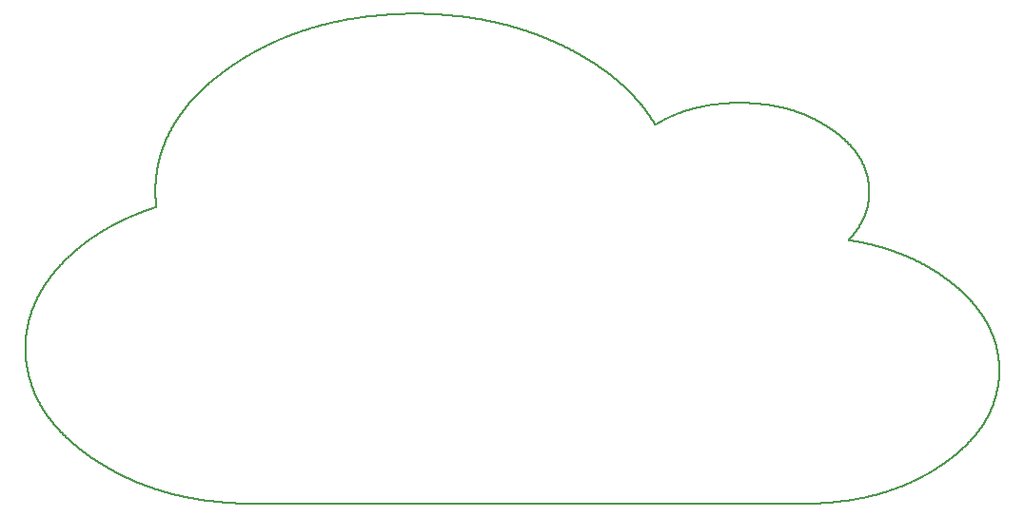
<source format=gm1>
G04 MADE WITH FRITZING*
G04 WWW.FRITZING.ORG*
G04 DOUBLE SIDED*
G04 HOLES PLATED*
G04 CONTOUR ON CENTER OF CONTOUR VECTOR*
%ASAXBY*%
%FSLAX23Y23*%
%MOIN*%
%OFA0B0*%
%SFA1.0B1.0*%
%ADD10C,0.008*%
%LNCONTOUR*%
G90*
G70*
G54D10*
X1357Y1739D02*
X1358Y1739D01*
X1359Y1739D01*
X1360Y1739D01*
X1361Y1739D01*
X1362Y1739D01*
X1363Y1739D01*
X1364Y1739D01*
X1365Y1739D01*
X1366Y1739D01*
X1367Y1739D01*
X1368Y1739D01*
X1369Y1739D01*
X1370Y1739D01*
X1371Y1739D01*
X1372Y1739D01*
X1373Y1739D01*
X1374Y1739D01*
X1375Y1739D01*
X1376Y1739D01*
X1377Y1739D01*
X1378Y1739D01*
X1379Y1739D01*
X1380Y1739D01*
X1381Y1739D01*
X1382Y1739D01*
X1383Y1739D01*
X1384Y1739D01*
X1385Y1739D01*
X1386Y1739D01*
X1387Y1739D01*
X1388Y1739D01*
X1389Y1739D01*
X1390Y1739D01*
X1391Y1739D01*
X1392Y1739D01*
X1393Y1739D01*
X1394Y1739D01*
X1395Y1739D01*
X1396Y1739D01*
X1397Y1739D01*
X1398Y1739D01*
X1399Y1739D01*
X1400Y1739D01*
X1401Y1739D01*
X1402Y1739D01*
X1403Y1739D01*
X1404Y1739D01*
X1405Y1739D01*
X1406Y1739D01*
X1407Y1739D01*
X1408Y1739D01*
X1409Y1739D01*
X1410Y1739D01*
X1411Y1739D01*
X1412Y1739D01*
X1413Y1739D01*
X1414Y1739D01*
X1415Y1739D01*
X1416Y1739D01*
X1417Y1739D01*
X1418Y1739D01*
X1419Y1739D01*
X1420Y1739D01*
X1421Y1739D01*
X1422Y1739D01*
X1423Y1739D01*
X1424Y1739D01*
X1425Y1739D01*
X1426Y1738D01*
X1427Y1738D01*
X1428Y1738D01*
X1429Y1738D01*
X1430Y1738D01*
X1431Y1738D01*
X1432Y1738D01*
X1433Y1738D01*
X1434Y1738D01*
X1435Y1738D01*
X1436Y1738D01*
X1437Y1738D01*
X1438Y1738D01*
X1439Y1738D01*
X1440Y1738D01*
X1441Y1738D01*
X1442Y1738D01*
X1443Y1738D01*
X1444Y1738D01*
X1445Y1738D01*
X1446Y1738D01*
X1447Y1738D01*
X1448Y1738D01*
X1449Y1738D01*
X1450Y1738D01*
X1451Y1738D01*
X1452Y1738D01*
X1453Y1738D01*
X1454Y1738D01*
X1455Y1737D01*
X1456Y1737D01*
X1457Y1737D01*
X1458Y1737D01*
X1459Y1737D01*
X1460Y1737D01*
X1461Y1737D01*
X1462Y1737D01*
X1463Y1737D01*
X1464Y1737D01*
X1465Y1737D01*
X1466Y1737D01*
X1467Y1737D01*
X1468Y1737D01*
X1469Y1737D01*
X1470Y1737D01*
X1471Y1737D01*
X1472Y1737D01*
X1473Y1737D01*
X1474Y1737D01*
X1475Y1736D01*
X1476Y1736D01*
X1477Y1736D01*
X1478Y1736D01*
X1479Y1736D01*
X1480Y1736D01*
X1481Y1736D01*
X1482Y1736D01*
X1483Y1736D01*
X1484Y1736D01*
X1485Y1736D01*
X1486Y1736D01*
X1487Y1736D01*
X1488Y1736D01*
X1489Y1736D01*
X1490Y1735D01*
X1491Y1735D01*
X1492Y1735D01*
X1493Y1735D01*
X1494Y1735D01*
X1495Y1735D01*
X1496Y1735D01*
X1497Y1735D01*
X1498Y1735D01*
X1499Y1735D01*
X1500Y1735D01*
X1501Y1735D01*
X1502Y1735D01*
X1503Y1735D01*
X1504Y1734D01*
X1505Y1734D01*
X1506Y1734D01*
X1507Y1734D01*
X1508Y1734D01*
X1509Y1734D01*
X1510Y1734D01*
X1511Y1734D01*
X1512Y1734D01*
X1513Y1734D01*
X1514Y1734D01*
X1515Y1733D01*
X1516Y1733D01*
X1517Y1733D01*
X1518Y1733D01*
X1519Y1733D01*
X1520Y1733D01*
X1521Y1733D01*
X1522Y1733D01*
X1523Y1733D01*
X1524Y1733D01*
X1525Y1733D01*
X1526Y1732D01*
X1527Y1732D01*
X1528Y1732D01*
X1529Y1732D01*
X1530Y1732D01*
X1531Y1732D01*
X1532Y1732D01*
X1533Y1732D01*
X1534Y1732D01*
X1535Y1732D01*
X1536Y1731D01*
X1537Y1731D01*
X1538Y1731D01*
X1539Y1731D01*
X1540Y1731D01*
X1541Y1731D01*
X1542Y1731D01*
X1543Y1731D01*
X1544Y1731D01*
X1545Y1730D01*
X1546Y1730D01*
X1547Y1730D01*
X1548Y1730D01*
X1549Y1730D01*
X1550Y1730D01*
X1551Y1730D01*
X1552Y1730D01*
X1553Y1730D01*
X1554Y1729D01*
X1555Y1729D01*
X1556Y1729D01*
X1557Y1729D01*
X1558Y1729D01*
X1559Y1729D01*
X1560Y1729D01*
X1561Y1729D01*
X1562Y1728D01*
X1563Y1728D01*
X1564Y1728D01*
X1565Y1728D01*
X1566Y1728D01*
X1567Y1728D01*
X1568Y1728D01*
X1569Y1727D01*
X1570Y1727D01*
X1571Y1727D01*
X1572Y1727D01*
X1573Y1727D01*
X1574Y1727D01*
X1575Y1727D01*
X1576Y1727D01*
X1577Y1726D01*
X1578Y1726D01*
X1579Y1726D01*
X1580Y1726D01*
X1581Y1726D01*
X1582Y1726D01*
X1583Y1726D01*
X1584Y1725D01*
X1585Y1725D01*
X1586Y1725D01*
X1587Y1725D01*
X1588Y1725D01*
X1589Y1725D01*
X1590Y1725D01*
X1591Y1724D01*
X1592Y1724D01*
X1593Y1724D01*
X1594Y1724D01*
X1595Y1724D01*
X1596Y1724D01*
X1597Y1723D01*
X1598Y1723D01*
X1599Y1723D01*
X1600Y1723D01*
X1601Y1723D01*
X1602Y1723D01*
X1603Y1723D01*
X1604Y1722D01*
X1605Y1722D01*
X1606Y1722D01*
X1607Y1722D01*
X1608Y1722D01*
X1609Y1722D01*
X1610Y1721D01*
X1611Y1721D01*
X1612Y1721D01*
X1613Y1721D01*
X1614Y1721D01*
X1615Y1721D01*
X1616Y1720D01*
X1617Y1720D01*
X1618Y1720D01*
X1619Y1720D01*
X1620Y1720D01*
X1621Y1719D01*
X1622Y1719D01*
X1623Y1719D01*
X1624Y1719D01*
X1625Y1719D01*
X1626Y1719D01*
X1627Y1718D01*
X1628Y1718D01*
X1629Y1718D01*
X1630Y1718D01*
X1631Y1718D01*
X1632Y1717D01*
X1633Y1717D01*
X1634Y1717D01*
X1635Y1717D01*
X1636Y1717D01*
X1637Y1717D01*
X1638Y1716D01*
X1639Y1716D01*
X1640Y1716D01*
X1641Y1716D01*
X1642Y1716D01*
X1643Y1715D01*
X1644Y1715D01*
X1645Y1715D01*
X1646Y1715D01*
X1647Y1715D01*
X1648Y1714D01*
X1649Y1714D01*
X1650Y1714D01*
X1651Y1714D01*
X1652Y1714D01*
X1653Y1713D01*
X1654Y1713D01*
X1655Y1713D01*
X1656Y1713D01*
X1657Y1713D01*
X1658Y1712D01*
X1659Y1712D01*
X1660Y1712D01*
X1661Y1712D01*
X1662Y1711D01*
X1663Y1711D01*
X1664Y1711D01*
X1665Y1711D01*
X1666Y1711D01*
X1667Y1710D01*
X1668Y1710D01*
X1669Y1710D01*
X1670Y1710D01*
X1671Y1710D01*
X1672Y1709D01*
X1673Y1709D01*
X1674Y1709D01*
X1675Y1709D01*
X1676Y1708D01*
X1677Y1708D01*
X1678Y1708D01*
X1679Y1708D01*
X1680Y1707D01*
X1681Y1707D01*
X1682Y1707D01*
X1683Y1707D01*
X1684Y1707D01*
X1685Y1706D01*
X1686Y1706D01*
X1687Y1706D01*
X1688Y1706D01*
X1689Y1705D01*
X1690Y1705D01*
X1691Y1705D01*
X1692Y1705D01*
X1693Y1704D01*
X1694Y1704D01*
X1695Y1704D01*
X1696Y1704D01*
X1697Y1703D01*
X1698Y1703D01*
X1699Y1703D01*
X1700Y1703D01*
X1701Y1702D01*
X1702Y1702D01*
X1703Y1702D01*
X1704Y1702D01*
X1705Y1701D01*
X1706Y1701D01*
X1707Y1701D01*
X1708Y1701D01*
X1709Y1700D01*
X1710Y1700D01*
X1711Y1700D01*
X1712Y1700D01*
X1713Y1699D01*
X1714Y1699D01*
X1715Y1699D01*
X1716Y1699D01*
X1717Y1698D01*
X1718Y1698D01*
X1719Y1698D01*
X1720Y1698D01*
X1721Y1697D01*
X1722Y1697D01*
X1723Y1697D01*
X1724Y1696D01*
X1725Y1696D01*
X1726Y1696D01*
X1727Y1696D01*
X1728Y1695D01*
X1729Y1695D01*
X1730Y1695D01*
X1731Y1695D01*
X1732Y1694D01*
X1733Y1694D01*
X1734Y1694D01*
X1735Y1693D01*
X1736Y1693D01*
X1737Y1693D01*
X1738Y1693D01*
X1739Y1692D01*
X1740Y1692D01*
X1741Y1692D01*
X1742Y1691D01*
X1743Y1691D01*
X1744Y1691D01*
X1745Y1691D01*
X1746Y1690D01*
X1747Y1690D01*
X1748Y1690D01*
X1749Y1689D01*
X1750Y1689D01*
X1751Y1689D01*
X1752Y1688D01*
X1753Y1688D01*
X1754Y1688D01*
X1755Y1688D01*
X1756Y1687D01*
X1757Y1687D01*
X1758Y1687D01*
X1759Y1686D01*
X1760Y1686D01*
X1761Y1686D01*
X1762Y1685D01*
X1763Y1685D01*
X1764Y1685D01*
X1765Y1684D01*
X1766Y1684D01*
X1767Y1684D01*
X1768Y1684D01*
X1769Y1683D01*
X1770Y1683D01*
X1771Y1683D01*
X1772Y1682D01*
X1773Y1682D01*
X1774Y1682D01*
X1775Y1681D01*
X1776Y1681D01*
X1777Y1681D01*
X1778Y1680D01*
X1779Y1680D01*
X1780Y1680D01*
X1781Y1679D01*
X1782Y1679D01*
X1783Y1679D01*
X1784Y1678D01*
X1785Y1678D01*
X1786Y1678D01*
X1787Y1677D01*
X1788Y1677D01*
X1789Y1677D01*
X1790Y1676D01*
X1791Y1676D01*
X1792Y1676D01*
X1793Y1675D01*
X1794Y1675D01*
X1795Y1675D01*
X1796Y1674D01*
X1797Y1674D01*
X1798Y1674D01*
X1799Y1673D01*
X1800Y1673D01*
X1801Y1672D01*
X1802Y1672D01*
X1803Y1672D01*
X1804Y1671D01*
X1805Y1671D01*
X1806Y1671D01*
X1807Y1670D01*
X1808Y1670D01*
X1809Y1670D01*
X1810Y1669D01*
X1811Y1669D01*
X1812Y1668D01*
X1813Y1668D01*
X1814Y1668D01*
X1815Y1667D01*
X1816Y1667D01*
X1817Y1667D01*
X1818Y1666D01*
X1819Y1666D01*
X1820Y1666D01*
X1821Y1665D01*
X1822Y1665D01*
X1823Y1664D01*
X1824Y1664D01*
X1825Y1664D01*
X1826Y1663D01*
X1827Y1663D01*
X1828Y1663D01*
X1829Y1662D01*
X1830Y1662D01*
X1831Y1661D01*
X1832Y1661D01*
X1833Y1661D01*
X1834Y1660D01*
X1835Y1660D01*
X1836Y1659D01*
X1837Y1659D01*
X1838Y1659D01*
X1839Y1658D01*
X1840Y1658D01*
X1841Y1657D01*
X1842Y1657D01*
X1843Y1657D01*
X1844Y1656D01*
X1845Y1656D01*
X1846Y1655D01*
X1847Y1655D01*
X1848Y1655D01*
X1849Y1654D01*
X1850Y1654D01*
X1851Y1653D01*
X1852Y1653D01*
X1853Y1653D01*
X1854Y1652D01*
X1855Y1652D01*
X1856Y1651D01*
X1857Y1651D01*
X1858Y1651D01*
X1859Y1650D01*
X1860Y1650D01*
X1861Y1649D01*
X1862Y1649D01*
X1863Y1648D01*
X1864Y1648D01*
X1865Y1648D01*
X1866Y1647D01*
X1867Y1647D01*
X1868Y1646D01*
X1869Y1646D01*
X1870Y1645D01*
X1871Y1645D01*
X1872Y1645D01*
X1873Y1644D01*
X1874Y1644D01*
X1875Y1643D01*
X1876Y1643D01*
X1877Y1642D01*
X1878Y1642D01*
X1879Y1641D01*
X1880Y1641D01*
X1881Y1641D01*
X1882Y1640D01*
X1883Y1640D01*
X1884Y1639D01*
X1885Y1639D01*
X1886Y1638D01*
X1887Y1638D01*
X1888Y1637D01*
X1889Y1637D01*
X1890Y1636D01*
X1891Y1636D01*
X1892Y1636D01*
X1893Y1635D01*
X1894Y1635D01*
X1895Y1634D01*
X1896Y1634D01*
X1897Y1633D01*
X1898Y1633D01*
X1899Y1632D01*
X1900Y1632D01*
X1901Y1631D01*
X1902Y1631D01*
X1903Y1630D01*
X1904Y1630D01*
X1905Y1630D01*
X1906Y1629D01*
X1907Y1629D01*
X1908Y1628D01*
X1909Y1628D01*
X1910Y1627D01*
X1911Y1627D01*
X1912Y1626D01*
X1913Y1626D01*
X1914Y1625D01*
X1915Y1625D01*
X1916Y1624D01*
X1917Y1624D01*
X1918Y1623D01*
X1919Y1623D01*
X1920Y1622D01*
X1921Y1622D01*
X1922Y1621D01*
X1923Y1621D01*
X1924Y1620D01*
X1925Y1620D01*
X1926Y1619D01*
X1927Y1619D01*
X1928Y1618D01*
X1929Y1618D01*
X1930Y1617D01*
X1931Y1617D01*
X1932Y1616D01*
X1933Y1616D01*
X1934Y1615D01*
X1935Y1615D01*
X1936Y1614D01*
X1937Y1614D01*
X1938Y1613D01*
X1939Y1613D01*
X1940Y1612D01*
X1941Y1612D01*
X1942Y1611D01*
X1943Y1611D01*
X1944Y1610D01*
X1945Y1609D01*
X1946Y1609D01*
X1947Y1608D01*
X1948Y1608D01*
X1949Y1607D01*
X1950Y1607D01*
X1951Y1606D01*
X1952Y1606D01*
X1953Y1605D01*
X1954Y1605D01*
X1955Y1604D01*
X1956Y1604D01*
X1957Y1603D01*
X1958Y1603D01*
X1959Y1602D01*
X1960Y1601D01*
X1961Y1601D01*
X1962Y1600D01*
X1963Y1600D01*
X1964Y1599D01*
X1965Y1599D01*
X1966Y1598D01*
X1967Y1598D01*
X1968Y1597D01*
X1969Y1596D01*
X1970Y1596D01*
X1971Y1595D01*
X1972Y1595D01*
X1973Y1594D01*
X1974Y1594D01*
X1975Y1593D01*
X1976Y1592D01*
X1977Y1592D01*
X1978Y1591D01*
X1979Y1591D01*
X1980Y1590D01*
X1981Y1590D01*
X1982Y1589D01*
X1983Y1588D01*
X1984Y1588D01*
X1985Y1587D01*
X1986Y1587D01*
X1987Y1586D01*
X1988Y1585D01*
X1989Y1585D01*
X1990Y1584D01*
X1991Y1584D01*
X1992Y1583D01*
X1993Y1582D01*
X1994Y1582D01*
X1995Y1581D01*
X1996Y1581D01*
X1997Y1580D01*
X1998Y1579D01*
X1999Y1579D01*
X2000Y1578D01*
X2001Y1578D01*
X2002Y1577D01*
X2003Y1576D01*
X2004Y1576D01*
X2005Y1575D01*
X2006Y1574D01*
X2007Y1574D01*
X2008Y1573D01*
X2009Y1573D01*
X2010Y1572D01*
X2011Y1571D01*
X2012Y1571D01*
X2013Y1570D01*
X2014Y1569D01*
X2015Y1569D01*
X2016Y1568D01*
X2017Y1567D01*
X2018Y1567D01*
X2019Y1566D01*
X2020Y1566D01*
X2021Y1565D01*
X2022Y1564D01*
X2023Y1564D01*
X2024Y1563D01*
X2025Y1562D01*
X2026Y1562D01*
X2027Y1561D01*
X2028Y1560D01*
X2029Y1560D01*
X2030Y1559D01*
X2031Y1558D01*
X2032Y1558D01*
X2033Y1557D01*
X2034Y1556D01*
X2035Y1556D01*
X2036Y1555D01*
X2037Y1554D01*
X2038Y1553D01*
X2039Y1553D01*
X2040Y1552D01*
X2041Y1551D01*
X2042Y1551D01*
X2043Y1550D01*
X2044Y1549D01*
X2045Y1549D01*
X2046Y1548D01*
X2047Y1547D01*
X2048Y1546D01*
X2049Y1546D01*
X2050Y1545D01*
X2051Y1544D01*
X2052Y1544D01*
X2053Y1543D01*
X2054Y1542D01*
X2055Y1541D01*
X2056Y1541D01*
X2057Y1540D01*
X2058Y1539D01*
X2059Y1539D01*
X2060Y1538D01*
X2061Y1537D01*
X2062Y1536D01*
X2063Y1536D01*
X2064Y1535D01*
X2065Y1534D01*
X2066Y1533D01*
X2067Y1533D01*
X2068Y1532D01*
X2069Y1531D01*
X2070Y1530D01*
X2071Y1530D01*
X2072Y1529D01*
X2073Y1528D01*
X2074Y1527D01*
X2075Y1526D01*
X2076Y1526D01*
X2077Y1525D01*
X2078Y1524D01*
X2079Y1523D01*
X2080Y1523D01*
X2081Y1522D01*
X2082Y1521D01*
X2083Y1520D01*
X2084Y1519D01*
X2085Y1519D01*
X2086Y1518D01*
X2087Y1517D01*
X2088Y1516D01*
X2089Y1515D01*
X2090Y1514D01*
X2091Y1514D01*
X2092Y1513D01*
X2093Y1512D01*
X2094Y1511D01*
X2095Y1510D01*
X2096Y1510D01*
X2097Y1509D01*
X2098Y1508D01*
X2099Y1507D01*
X2100Y1506D01*
X2101Y1505D01*
X2102Y1504D01*
X2103Y1504D01*
X2104Y1503D01*
X2105Y1502D01*
X2106Y1501D01*
X2107Y1500D01*
X2108Y1499D01*
X2109Y1498D01*
X2110Y1498D01*
X2111Y1497D01*
X2112Y1496D01*
X2113Y1495D01*
X2114Y1494D01*
X2115Y1493D01*
X2116Y1492D01*
X2117Y1491D01*
X2118Y1490D01*
X2119Y1489D01*
X2120Y1489D01*
X2121Y1488D01*
X2122Y1487D01*
X2123Y1486D01*
X2124Y1485D01*
X2125Y1484D01*
X2126Y1483D01*
X2127Y1482D01*
X2128Y1481D01*
X2129Y1480D01*
X2130Y1479D01*
X2131Y1478D01*
X2132Y1477D01*
X2133Y1476D01*
X2134Y1475D01*
X2135Y1474D01*
X2136Y1473D01*
X2137Y1472D01*
X2138Y1471D01*
X2139Y1470D01*
X2140Y1470D01*
X2141Y1469D01*
X2142Y1468D01*
X2143Y1467D01*
X2144Y1466D01*
X2144Y1465D01*
X2145Y1464D01*
X2146Y1463D01*
X2147Y1462D01*
X2148Y1461D01*
X2149Y1460D01*
X2150Y1459D01*
X2151Y1458D01*
X2152Y1457D01*
X2153Y1456D01*
X2154Y1455D01*
X2155Y1454D01*
X2156Y1453D01*
X2157Y1452D01*
X2158Y1451D01*
X2159Y1450D01*
X2160Y1449D01*
X2161Y1448D01*
X2162Y1447D01*
X2163Y1446D01*
X2163Y1445D01*
X2164Y1444D01*
X2165Y1443D01*
X2166Y1442D01*
X2167Y1441D01*
X2168Y1440D01*
X2169Y1439D01*
X2170Y1438D01*
X2171Y1437D01*
X2171Y1436D01*
X2172Y1435D01*
X2173Y1434D01*
X2174Y1433D01*
X2175Y1432D01*
X2176Y1431D01*
X2177Y1430D01*
X2177Y1429D01*
X2178Y1428D01*
X2179Y1427D01*
X2180Y1426D01*
X2181Y1425D01*
X2182Y1424D01*
X2182Y1423D01*
X2183Y1422D01*
X2184Y1421D01*
X2185Y1420D01*
X2186Y1419D01*
X2187Y1418D01*
X2187Y1417D01*
X2188Y1416D01*
X2189Y1415D01*
X2190Y1414D01*
X2191Y1413D01*
X2191Y1412D01*
X2192Y1411D01*
X2193Y1410D01*
X2194Y1409D01*
X2194Y1408D01*
X2195Y1407D01*
X2196Y1406D01*
X2197Y1405D01*
X2198Y1404D01*
X2198Y1403D01*
X2199Y1402D01*
X2200Y1401D01*
X2201Y1400D01*
X2201Y1399D01*
X2202Y1398D01*
X2203Y1397D01*
X2204Y1396D01*
X2204Y1395D01*
X2205Y1394D01*
X2206Y1393D01*
X2206Y1392D01*
X2207Y1391D01*
X2208Y1390D01*
X2209Y1389D01*
X2209Y1388D01*
X2210Y1387D01*
X2211Y1386D01*
X2211Y1385D01*
X2212Y1384D01*
X2213Y1383D01*
X2214Y1382D01*
X2214Y1381D01*
X2215Y1380D01*
X2216Y1379D01*
X2216Y1378D01*
X2217Y1377D01*
X2218Y1376D01*
X2218Y1375D01*
X2219Y1374D01*
X2220Y1373D01*
X2220Y1372D01*
X2221Y1371D01*
X2222Y1370D01*
X2222Y1369D01*
X2223Y1368D01*
X2224Y1367D01*
X2224Y1366D01*
X2225Y1365D01*
X2226Y1364D01*
X2226Y1363D01*
X2227Y1362D01*
X2227Y1361D01*
X2228Y1360D01*
X2229Y1359D01*
X2229Y1358D01*
X2230Y1357D01*
X2231Y1356D01*
X2231Y1355D01*
X2232Y1354D01*
X2232Y1353D01*
X2233Y1352D01*
X2234Y1351D01*
X2235Y1351D01*
X2236Y1352D01*
X2237Y1353D01*
X2238Y1353D01*
X2239Y1354D01*
X2240Y1354D01*
X2241Y1355D01*
X2242Y1355D01*
X2243Y1356D01*
X2244Y1357D01*
X2245Y1357D01*
X2246Y1358D01*
X2247Y1358D01*
X2248Y1359D01*
X2249Y1359D01*
X2250Y1360D01*
X2251Y1361D01*
X2252Y1361D01*
X2253Y1362D01*
X2254Y1362D01*
X2255Y1363D01*
X2256Y1363D01*
X2257Y1364D01*
X2258Y1364D01*
X2259Y1365D01*
X2260Y1365D01*
X2261Y1366D01*
X2262Y1366D01*
X2263Y1367D01*
X2264Y1368D01*
X2265Y1368D01*
X2266Y1369D01*
X2267Y1369D01*
X2268Y1370D01*
X2269Y1370D01*
X2270Y1371D01*
X2271Y1371D01*
X2272Y1372D01*
X2273Y1372D01*
X2274Y1373D01*
X2275Y1373D01*
X2276Y1373D01*
X2277Y1374D01*
X2278Y1374D01*
X2279Y1375D01*
X2280Y1375D01*
X2281Y1376D01*
X2282Y1376D01*
X2283Y1377D01*
X2284Y1377D01*
X2285Y1378D01*
X2286Y1378D01*
X2287Y1379D01*
X2288Y1379D01*
X2289Y1379D01*
X2290Y1380D01*
X2291Y1380D01*
X2292Y1381D01*
X2293Y1381D01*
X2294Y1382D01*
X2295Y1382D01*
X2296Y1383D01*
X2297Y1383D01*
X2298Y1383D01*
X2299Y1384D01*
X2300Y1384D01*
X2301Y1385D01*
X2302Y1385D01*
X2303Y1385D01*
X2304Y1386D01*
X2305Y1386D01*
X2306Y1387D01*
X2307Y1387D01*
X2308Y1387D01*
X2309Y1388D01*
X2310Y1388D01*
X2311Y1389D01*
X2312Y1389D01*
X2313Y1389D01*
X2314Y1390D01*
X2315Y1390D01*
X2316Y1391D01*
X2317Y1391D01*
X2318Y1391D01*
X2319Y1392D01*
X2320Y1392D01*
X2321Y1392D01*
X2322Y1393D01*
X2323Y1393D01*
X2324Y1393D01*
X2325Y1394D01*
X2326Y1394D01*
X2327Y1395D01*
X2328Y1395D01*
X2329Y1395D01*
X2330Y1396D01*
X2331Y1396D01*
X2332Y1396D01*
X2333Y1397D01*
X2334Y1397D01*
X2335Y1397D01*
X2336Y1398D01*
X2337Y1398D01*
X2338Y1398D01*
X2339Y1399D01*
X2340Y1399D01*
X2341Y1399D01*
X2342Y1399D01*
X2343Y1400D01*
X2344Y1400D01*
X2345Y1400D01*
X2346Y1401D01*
X2347Y1401D01*
X2348Y1401D01*
X2349Y1402D01*
X2350Y1402D01*
X2351Y1402D01*
X2352Y1403D01*
X2353Y1403D01*
X2354Y1403D01*
X2355Y1403D01*
X2356Y1404D01*
X2357Y1404D01*
X2358Y1404D01*
X2359Y1405D01*
X2360Y1405D01*
X2361Y1405D01*
X2362Y1405D01*
X2363Y1406D01*
X2364Y1406D01*
X2365Y1406D01*
X2366Y1406D01*
X2367Y1407D01*
X2368Y1407D01*
X2369Y1407D01*
X2370Y1407D01*
X2371Y1408D01*
X2372Y1408D01*
X2373Y1408D01*
X2374Y1408D01*
X2375Y1409D01*
X2376Y1409D01*
X2377Y1409D01*
X2378Y1409D01*
X2379Y1410D01*
X2380Y1410D01*
X2381Y1410D01*
X2382Y1410D01*
X2383Y1411D01*
X2384Y1411D01*
X2385Y1411D01*
X2386Y1411D01*
X2387Y1412D01*
X2388Y1412D01*
X2389Y1412D01*
X2390Y1412D01*
X2391Y1412D01*
X2392Y1413D01*
X2393Y1413D01*
X2394Y1413D01*
X2395Y1413D01*
X2396Y1414D01*
X2397Y1414D01*
X2398Y1414D01*
X2399Y1414D01*
X2400Y1414D01*
X2401Y1415D01*
X2402Y1415D01*
X2403Y1415D01*
X2404Y1415D01*
X2405Y1415D01*
X2406Y1415D01*
X2407Y1416D01*
X2408Y1416D01*
X2409Y1416D01*
X2410Y1416D01*
X2411Y1416D01*
X2412Y1417D01*
X2413Y1417D01*
X2414Y1417D01*
X2415Y1417D01*
X2416Y1417D01*
X2417Y1417D01*
X2418Y1418D01*
X2419Y1418D01*
X2420Y1418D01*
X2421Y1418D01*
X2422Y1418D01*
X2423Y1418D01*
X2424Y1419D01*
X2425Y1419D01*
X2426Y1419D01*
X2427Y1419D01*
X2428Y1419D01*
X2429Y1419D01*
X2430Y1419D01*
X2431Y1420D01*
X2432Y1420D01*
X2433Y1420D01*
X2434Y1420D01*
X2435Y1420D01*
X2436Y1420D01*
X2437Y1420D01*
X2438Y1421D01*
X2439Y1421D01*
X2440Y1421D01*
X2441Y1421D01*
X2442Y1421D01*
X2443Y1421D01*
X2444Y1421D01*
X2445Y1421D01*
X2446Y1422D01*
X2447Y1422D01*
X2448Y1422D01*
X2449Y1422D01*
X2450Y1422D01*
X2451Y1422D01*
X2452Y1422D01*
X2453Y1422D01*
X2454Y1423D01*
X2455Y1423D01*
X2456Y1423D01*
X2457Y1423D01*
X2458Y1423D01*
X2459Y1423D01*
X2460Y1423D01*
X2461Y1423D01*
X2462Y1423D01*
X2463Y1423D01*
X2464Y1424D01*
X2465Y1424D01*
X2466Y1424D01*
X2467Y1424D01*
X2468Y1424D01*
X2469Y1424D01*
X2470Y1424D01*
X2471Y1424D01*
X2472Y1424D01*
X2473Y1424D01*
X2474Y1424D01*
X2475Y1424D01*
X2476Y1424D01*
X2477Y1425D01*
X2478Y1425D01*
X2479Y1425D01*
X2480Y1425D01*
X2481Y1425D01*
X2482Y1425D01*
X2483Y1425D01*
X2484Y1425D01*
X2485Y1425D01*
X2486Y1425D01*
X2487Y1425D01*
X2488Y1425D01*
X2489Y1425D01*
X2490Y1425D01*
X2491Y1425D01*
X2492Y1425D01*
X2493Y1426D01*
X2494Y1426D01*
X2495Y1426D01*
X2496Y1426D01*
X2497Y1426D01*
X2498Y1426D01*
X2499Y1426D01*
X2500Y1426D01*
X2501Y1426D01*
X2502Y1426D01*
X2503Y1426D01*
X2504Y1426D01*
X2505Y1426D01*
X2506Y1426D01*
X2507Y1426D01*
X2508Y1426D01*
X2509Y1426D01*
X2510Y1426D01*
X2511Y1426D01*
X2512Y1426D01*
X2513Y1426D01*
X2514Y1426D01*
X2515Y1426D01*
X2516Y1426D01*
X2517Y1426D01*
X2518Y1426D01*
X2519Y1426D01*
X2520Y1426D01*
X2521Y1426D01*
X2522Y1426D01*
X2523Y1426D01*
X2524Y1426D01*
X2525Y1426D01*
X2526Y1426D01*
X2527Y1426D01*
X2528Y1426D01*
X2529Y1426D01*
X2530Y1426D01*
X2531Y1426D01*
X2532Y1426D01*
X2533Y1426D01*
X2534Y1426D01*
X2535Y1426D01*
X2536Y1426D01*
X2537Y1426D01*
X2538Y1426D01*
X2539Y1426D01*
X2540Y1426D01*
X2541Y1426D01*
X2542Y1426D01*
X2543Y1426D01*
X2544Y1426D01*
X2545Y1426D01*
X2546Y1426D01*
X2547Y1426D01*
X2548Y1426D01*
X2549Y1426D01*
X2550Y1426D01*
X2551Y1426D01*
X2552Y1426D01*
X2553Y1426D01*
X2554Y1426D01*
X2555Y1426D01*
X2556Y1426D01*
X2557Y1426D01*
X2558Y1426D01*
X2559Y1426D01*
X2560Y1426D01*
X2561Y1426D01*
X2562Y1426D01*
X2563Y1426D01*
X2564Y1426D01*
X2565Y1426D01*
X2566Y1425D01*
X2567Y1425D01*
X2568Y1425D01*
X2569Y1425D01*
X2570Y1425D01*
X2571Y1425D01*
X2572Y1425D01*
X2573Y1425D01*
X2574Y1425D01*
X2575Y1425D01*
X2576Y1425D01*
X2577Y1425D01*
X2578Y1425D01*
X2579Y1425D01*
X2580Y1425D01*
X2581Y1425D01*
X2582Y1425D01*
X2583Y1424D01*
X2584Y1424D01*
X2585Y1424D01*
X2586Y1424D01*
X2587Y1424D01*
X2588Y1424D01*
X2589Y1424D01*
X2590Y1424D01*
X2591Y1424D01*
X2592Y1424D01*
X2593Y1424D01*
X2594Y1424D01*
X2595Y1423D01*
X2596Y1423D01*
X2597Y1423D01*
X2598Y1423D01*
X2599Y1423D01*
X2600Y1423D01*
X2601Y1423D01*
X2602Y1423D01*
X2603Y1423D01*
X2604Y1423D01*
X2605Y1422D01*
X2606Y1422D01*
X2607Y1422D01*
X2608Y1422D01*
X2609Y1422D01*
X2610Y1422D01*
X2611Y1422D01*
X2612Y1422D01*
X2613Y1422D01*
X2614Y1421D01*
X2615Y1421D01*
X2616Y1421D01*
X2617Y1421D01*
X2618Y1421D01*
X2619Y1421D01*
X2620Y1421D01*
X2621Y1420D01*
X2622Y1420D01*
X2623Y1420D01*
X2624Y1420D01*
X2625Y1420D01*
X2626Y1420D01*
X2627Y1420D01*
X2628Y1420D01*
X2629Y1419D01*
X2630Y1419D01*
X2631Y1419D01*
X2632Y1419D01*
X2633Y1419D01*
X2634Y1419D01*
X2635Y1418D01*
X2636Y1418D01*
X2637Y1418D01*
X2638Y1418D01*
X2639Y1418D01*
X2640Y1418D01*
X2641Y1418D01*
X2642Y1417D01*
X2643Y1417D01*
X2644Y1417D01*
X2645Y1417D01*
X2646Y1417D01*
X2647Y1416D01*
X2648Y1416D01*
X2649Y1416D01*
X2650Y1416D01*
X2651Y1416D01*
X2652Y1416D01*
X2653Y1415D01*
X2654Y1415D01*
X2655Y1415D01*
X2656Y1415D01*
X2657Y1415D01*
X2658Y1414D01*
X2659Y1414D01*
X2660Y1414D01*
X2661Y1414D01*
X2662Y1414D01*
X2663Y1413D01*
X2664Y1413D01*
X2665Y1413D01*
X2666Y1413D01*
X2667Y1413D01*
X2668Y1412D01*
X2669Y1412D01*
X2670Y1412D01*
X2671Y1412D01*
X2672Y1411D01*
X2673Y1411D01*
X2674Y1411D01*
X2675Y1411D01*
X2676Y1411D01*
X2677Y1410D01*
X2678Y1410D01*
X2679Y1410D01*
X2680Y1410D01*
X2681Y1409D01*
X2682Y1409D01*
X2683Y1409D01*
X2684Y1409D01*
X2685Y1408D01*
X2686Y1408D01*
X2687Y1408D01*
X2688Y1408D01*
X2689Y1407D01*
X2690Y1407D01*
X2691Y1407D01*
X2692Y1407D01*
X2693Y1406D01*
X2694Y1406D01*
X2695Y1406D01*
X2696Y1406D01*
X2697Y1405D01*
X2698Y1405D01*
X2699Y1405D01*
X2700Y1404D01*
X2701Y1404D01*
X2702Y1404D01*
X2703Y1404D01*
X2704Y1403D01*
X2705Y1403D01*
X2706Y1403D01*
X2707Y1403D01*
X2708Y1402D01*
X2709Y1402D01*
X2710Y1402D01*
X2711Y1401D01*
X2712Y1401D01*
X2713Y1401D01*
X2714Y1400D01*
X2715Y1400D01*
X2716Y1400D01*
X2717Y1399D01*
X2718Y1399D01*
X2719Y1399D01*
X2720Y1399D01*
X2721Y1398D01*
X2722Y1398D01*
X2723Y1398D01*
X2724Y1397D01*
X2725Y1397D01*
X2726Y1397D01*
X2727Y1396D01*
X2728Y1396D01*
X2729Y1396D01*
X2730Y1395D01*
X2731Y1395D01*
X2732Y1395D01*
X2733Y1394D01*
X2734Y1394D01*
X2735Y1393D01*
X2736Y1393D01*
X2737Y1393D01*
X2738Y1392D01*
X2739Y1392D01*
X2740Y1392D01*
X2741Y1391D01*
X2742Y1391D01*
X2743Y1391D01*
X2744Y1390D01*
X2745Y1390D01*
X2746Y1389D01*
X2747Y1389D01*
X2748Y1389D01*
X2749Y1388D01*
X2750Y1388D01*
X2751Y1388D01*
X2752Y1387D01*
X2753Y1387D01*
X2754Y1386D01*
X2755Y1386D01*
X2756Y1386D01*
X2757Y1385D01*
X2758Y1385D01*
X2759Y1384D01*
X2760Y1384D01*
X2761Y1383D01*
X2762Y1383D01*
X2763Y1383D01*
X2764Y1382D01*
X2765Y1382D01*
X2766Y1381D01*
X2767Y1381D01*
X2768Y1381D01*
X2769Y1380D01*
X2770Y1380D01*
X2771Y1379D01*
X2772Y1379D01*
X2773Y1378D01*
X2774Y1378D01*
X2775Y1377D01*
X2776Y1377D01*
X2777Y1376D01*
X2778Y1376D01*
X2779Y1376D01*
X2780Y1375D01*
X2781Y1375D01*
X2782Y1374D01*
X2783Y1374D01*
X2784Y1373D01*
X2785Y1373D01*
X2786Y1372D01*
X2787Y1372D01*
X2788Y1371D01*
X2789Y1371D01*
X2790Y1370D01*
X2791Y1370D01*
X2792Y1369D01*
X2793Y1369D01*
X2794Y1368D01*
X2795Y1368D01*
X2796Y1367D01*
X2797Y1367D01*
X2798Y1366D01*
X2799Y1366D01*
X2800Y1365D01*
X2801Y1365D01*
X2802Y1364D01*
X2803Y1364D01*
X2804Y1363D01*
X2805Y1363D01*
X2806Y1362D01*
X2807Y1362D01*
X2808Y1361D01*
X2809Y1360D01*
X2810Y1360D01*
X2811Y1359D01*
X2812Y1359D01*
X2813Y1358D01*
X2814Y1358D01*
X2815Y1357D01*
X2816Y1357D01*
X2817Y1356D01*
X2818Y1355D01*
X2819Y1355D01*
X2820Y1354D01*
X2821Y1354D01*
X2822Y1353D01*
X2823Y1352D01*
X2824Y1352D01*
X2825Y1351D01*
X2826Y1351D01*
X2827Y1350D01*
X2828Y1349D01*
X2829Y1349D01*
X2830Y1348D01*
X2831Y1348D01*
X2832Y1347D01*
X2833Y1346D01*
X2834Y1346D01*
X2835Y1345D01*
X2836Y1344D01*
X2837Y1344D01*
X2838Y1343D01*
X2839Y1343D01*
X2840Y1342D01*
X2841Y1341D01*
X2842Y1341D01*
X2843Y1340D01*
X2844Y1339D01*
X2845Y1339D01*
X2846Y1338D01*
X2847Y1337D01*
X2848Y1337D01*
X2849Y1336D01*
X2850Y1335D01*
X2851Y1335D01*
X2852Y1334D01*
X2853Y1333D01*
X2854Y1332D01*
X2855Y1332D01*
X2856Y1331D01*
X2857Y1330D01*
X2858Y1330D01*
X2859Y1329D01*
X2860Y1328D01*
X2861Y1327D01*
X2862Y1327D01*
X2863Y1326D01*
X2864Y1325D01*
X2865Y1324D01*
X2866Y1324D01*
X2867Y1323D01*
X2868Y1322D01*
X2869Y1321D01*
X2870Y1321D01*
X2871Y1320D01*
X2872Y1319D01*
X2873Y1318D01*
X2874Y1318D01*
X2875Y1317D01*
X2876Y1316D01*
X2877Y1315D01*
X2878Y1314D01*
X2879Y1314D01*
X2880Y1313D01*
X2881Y1312D01*
X2882Y1311D01*
X2883Y1310D01*
X2884Y1310D01*
X2885Y1309D01*
X2886Y1308D01*
X2887Y1307D01*
X2888Y1306D01*
X2889Y1305D01*
X2890Y1304D01*
X2891Y1303D01*
X2892Y1303D01*
X2893Y1302D01*
X2894Y1301D01*
X2895Y1300D01*
X2896Y1299D01*
X2897Y1298D01*
X2898Y1297D01*
X2899Y1296D01*
X2900Y1295D01*
X2901Y1294D01*
X2902Y1293D01*
X2903Y1292D01*
X2904Y1291D01*
X2905Y1291D01*
X2906Y1290D01*
X2907Y1289D01*
X2908Y1288D01*
X2909Y1287D01*
X2910Y1286D01*
X2910Y1285D01*
X2911Y1284D01*
X2912Y1283D01*
X2913Y1282D01*
X2914Y1281D01*
X2915Y1280D01*
X2916Y1279D01*
X2917Y1278D01*
X2918Y1277D01*
X2919Y1276D01*
X2920Y1275D01*
X2921Y1274D01*
X2922Y1273D01*
X2922Y1272D01*
X2923Y1271D01*
X2924Y1270D01*
X2925Y1269D01*
X2926Y1268D01*
X2927Y1267D01*
X2927Y1266D01*
X2928Y1265D01*
X2929Y1264D01*
X2930Y1263D01*
X2931Y1262D01*
X2932Y1261D01*
X2932Y1260D01*
X2933Y1259D01*
X2934Y1258D01*
X2935Y1257D01*
X2935Y1256D01*
X2936Y1255D01*
X2937Y1254D01*
X2938Y1253D01*
X2938Y1252D01*
X2939Y1251D01*
X2940Y1250D01*
X2940Y1249D01*
X2941Y1248D01*
X2942Y1247D01*
X2942Y1246D01*
X2943Y1245D01*
X2944Y1244D01*
X2945Y1243D01*
X2945Y1242D01*
X2946Y1241D01*
X2946Y1240D01*
X2947Y1239D01*
X2948Y1238D01*
X2948Y1237D01*
X2949Y1236D01*
X2950Y1235D01*
X2950Y1234D01*
X2951Y1233D01*
X2951Y1232D01*
X2952Y1231D01*
X2953Y1230D01*
X2953Y1229D01*
X2954Y1228D01*
X2954Y1227D01*
X2955Y1226D01*
X2955Y1225D01*
X2956Y1224D01*
X2956Y1223D01*
X2957Y1222D01*
X2957Y1221D01*
X2958Y1220D01*
X2958Y1219D01*
X2959Y1218D01*
X2960Y1217D01*
X2960Y1215D01*
X2961Y1214D01*
X2961Y1213D01*
X2962Y1212D01*
X2962Y1211D01*
X2963Y1210D01*
X2963Y1209D01*
X2964Y1208D01*
X2964Y1207D01*
X2965Y1206D01*
X2965Y1204D01*
X2966Y1203D01*
X2966Y1202D01*
X2967Y1201D01*
X2967Y1200D01*
X2968Y1199D01*
X2968Y1197D01*
X2969Y1196D01*
X2969Y1194D01*
X2970Y1193D01*
X2970Y1191D01*
X2971Y1190D01*
X2971Y1189D01*
X2972Y1188D01*
X2972Y1186D01*
X2973Y1185D01*
X2973Y1182D01*
X2974Y1181D01*
X2974Y1179D01*
X2975Y1178D01*
X2975Y1175D01*
X2976Y1174D01*
X2976Y1171D01*
X2977Y1170D01*
X2977Y1167D01*
X2978Y1166D01*
X2978Y1163D01*
X2979Y1162D01*
X2979Y1158D01*
X2980Y1157D01*
X2980Y1152D01*
X2981Y1151D01*
X2981Y1144D01*
X2982Y1143D01*
X2982Y1135D01*
X2983Y1134D01*
X2983Y1096D01*
X2982Y1095D01*
X2982Y1086D01*
X2981Y1085D01*
X2981Y1080D01*
X2980Y1079D01*
X2980Y1074D01*
X2979Y1073D01*
X2979Y1069D01*
X2978Y1068D01*
X2978Y1064D01*
X2977Y1063D01*
X2977Y1060D01*
X2976Y1059D01*
X2976Y1057D01*
X2975Y1056D01*
X2975Y1053D01*
X2974Y1052D01*
X2974Y1050D01*
X2973Y1049D01*
X2973Y1047D01*
X2972Y1046D01*
X2972Y1044D01*
X2971Y1043D01*
X2971Y1041D01*
X2970Y1040D01*
X2970Y1038D01*
X2969Y1037D01*
X2969Y1035D01*
X2968Y1034D01*
X2968Y1033D01*
X2967Y1032D01*
X2967Y1030D01*
X2966Y1029D01*
X2966Y1028D01*
X2965Y1027D01*
X2965Y1026D01*
X2964Y1025D01*
X2964Y1023D01*
X2963Y1022D01*
X2963Y1021D01*
X2962Y1020D01*
X2962Y1019D01*
X2961Y1018D01*
X2961Y1017D01*
X2960Y1016D01*
X2960Y1015D01*
X2959Y1014D01*
X2959Y1013D01*
X2958Y1012D01*
X2958Y1011D01*
X2957Y1010D01*
X2957Y1009D01*
X2956Y1008D01*
X2956Y1007D01*
X2955Y1006D01*
X2954Y1005D01*
X2954Y1004D01*
X2953Y1003D01*
X2953Y1002D01*
X2952Y1001D01*
X2952Y1000D01*
X2951Y999D01*
X2950Y998D01*
X2950Y997D01*
X2949Y996D01*
X2949Y995D01*
X2948Y994D01*
X2947Y993D01*
X2947Y992D01*
X2946Y991D01*
X2945Y990D01*
X2945Y989D01*
X2944Y988D01*
X2943Y987D01*
X2943Y986D01*
X2942Y985D01*
X2941Y984D01*
X2941Y983D01*
X2940Y982D01*
X2939Y981D01*
X2939Y980D01*
X2938Y979D01*
X2937Y978D01*
X2936Y977D01*
X2936Y976D01*
X2935Y975D01*
X2934Y974D01*
X2933Y973D01*
X2933Y972D01*
X2932Y971D01*
X2931Y970D01*
X2930Y969D01*
X2930Y968D01*
X2929Y967D01*
X2928Y966D01*
X2927Y965D01*
X2926Y964D01*
X2926Y963D01*
X2925Y962D01*
X2924Y961D01*
X2923Y960D01*
X2922Y959D01*
X2921Y958D01*
X2921Y957D01*
X2920Y956D01*
X2919Y955D01*
X2918Y954D01*
X2917Y953D01*
X2916Y952D01*
X2915Y951D01*
X2914Y950D01*
X2913Y949D01*
X2912Y948D01*
X2911Y947D01*
X2911Y946D01*
X2912Y945D01*
X2913Y945D01*
X2914Y945D01*
X2915Y945D01*
X2916Y945D01*
X2917Y944D01*
X2918Y944D01*
X2919Y944D01*
X2920Y944D01*
X2921Y944D01*
X2922Y944D01*
X2923Y943D01*
X2924Y943D01*
X2925Y943D01*
X2926Y943D01*
X2927Y943D01*
X2928Y943D01*
X2929Y942D01*
X2930Y942D01*
X2931Y942D01*
X2932Y942D01*
X2933Y942D01*
X2934Y941D01*
X2935Y941D01*
X2936Y941D01*
X2937Y941D01*
X2938Y941D01*
X2939Y941D01*
X2940Y940D01*
X2941Y940D01*
X2942Y940D01*
X2943Y940D01*
X2944Y940D01*
X2945Y939D01*
X2946Y939D01*
X2947Y939D01*
X2948Y939D01*
X2949Y939D01*
X2950Y938D01*
X2951Y938D01*
X2952Y938D01*
X2953Y938D01*
X2954Y938D01*
X2955Y937D01*
X2956Y937D01*
X2957Y937D01*
X2958Y937D01*
X2959Y937D01*
X2960Y936D01*
X2961Y936D01*
X2962Y936D01*
X2963Y936D01*
X2964Y936D01*
X2965Y935D01*
X2966Y935D01*
X2967Y935D01*
X2968Y935D01*
X2969Y934D01*
X2970Y934D01*
X2971Y934D01*
X2972Y934D01*
X2973Y934D01*
X2974Y933D01*
X2975Y933D01*
X2976Y933D01*
X2977Y933D01*
X2978Y932D01*
X2979Y932D01*
X2980Y932D01*
X2981Y932D01*
X2982Y931D01*
X2983Y931D01*
X2984Y931D01*
X2985Y931D01*
X2986Y930D01*
X2987Y930D01*
X2988Y930D01*
X2989Y930D01*
X2990Y930D01*
X2991Y929D01*
X2992Y929D01*
X2993Y929D01*
X2994Y929D01*
X2995Y928D01*
X2996Y928D01*
X2997Y928D01*
X2998Y928D01*
X2999Y927D01*
X3000Y927D01*
X3001Y927D01*
X3002Y926D01*
X3003Y926D01*
X3004Y926D01*
X3005Y926D01*
X3006Y925D01*
X3007Y925D01*
X3008Y925D01*
X3009Y925D01*
X3010Y924D01*
X3011Y924D01*
X3012Y924D01*
X3013Y924D01*
X3014Y923D01*
X3015Y923D01*
X3016Y923D01*
X3017Y922D01*
X3018Y922D01*
X3019Y922D01*
X3020Y922D01*
X3021Y921D01*
X3022Y921D01*
X3023Y921D01*
X3024Y920D01*
X3025Y920D01*
X3026Y920D01*
X3027Y920D01*
X3028Y919D01*
X3029Y919D01*
X3030Y919D01*
X3031Y918D01*
X3032Y918D01*
X3033Y918D01*
X3034Y918D01*
X3035Y917D01*
X3036Y917D01*
X3037Y917D01*
X3038Y916D01*
X3039Y916D01*
X3040Y916D01*
X3041Y915D01*
X3042Y915D01*
X3043Y915D01*
X3044Y914D01*
X3045Y914D01*
X3046Y914D01*
X3047Y913D01*
X3048Y913D01*
X3049Y913D01*
X3050Y913D01*
X3051Y912D01*
X3052Y912D01*
X3053Y912D01*
X3054Y911D01*
X3055Y911D01*
X3056Y911D01*
X3057Y910D01*
X3058Y910D01*
X3059Y910D01*
X3060Y909D01*
X3061Y909D01*
X3062Y909D01*
X3063Y908D01*
X3064Y908D01*
X3065Y907D01*
X3066Y907D01*
X3067Y907D01*
X3068Y906D01*
X3069Y906D01*
X3070Y906D01*
X3071Y905D01*
X3072Y905D01*
X3073Y905D01*
X3074Y904D01*
X3075Y904D01*
X3076Y904D01*
X3077Y903D01*
X3078Y903D01*
X3079Y903D01*
X3080Y902D01*
X3081Y902D01*
X3082Y901D01*
X3083Y901D01*
X3084Y901D01*
X3085Y900D01*
X3086Y900D01*
X3087Y900D01*
X3088Y899D01*
X3089Y899D01*
X3090Y898D01*
X3091Y898D01*
X3092Y898D01*
X3093Y897D01*
X3094Y897D01*
X3095Y896D01*
X3096Y896D01*
X3097Y896D01*
X3098Y895D01*
X3099Y895D01*
X3100Y894D01*
X3101Y894D01*
X3102Y894D01*
X3103Y893D01*
X3104Y893D01*
X3105Y892D01*
X3106Y892D01*
X3107Y892D01*
X3108Y891D01*
X3109Y891D01*
X3110Y890D01*
X3111Y890D01*
X3112Y890D01*
X3113Y889D01*
X3114Y889D01*
X3115Y888D01*
X3116Y888D01*
X3117Y887D01*
X3118Y887D01*
X3119Y887D01*
X3120Y886D01*
X3121Y886D01*
X3122Y885D01*
X3123Y885D01*
X3124Y884D01*
X3125Y884D01*
X3126Y884D01*
X3127Y883D01*
X3128Y883D01*
X3129Y882D01*
X3130Y882D01*
X3131Y881D01*
X3132Y881D01*
X3133Y880D01*
X3134Y880D01*
X3135Y879D01*
X3136Y879D01*
X3137Y879D01*
X3138Y878D01*
X3139Y878D01*
X3140Y877D01*
X3141Y877D01*
X3142Y876D01*
X3143Y876D01*
X3144Y875D01*
X3145Y875D01*
X3146Y874D01*
X3147Y874D01*
X3148Y873D01*
X3149Y873D01*
X3150Y872D01*
X3151Y872D01*
X3152Y871D01*
X3153Y871D01*
X3154Y870D01*
X3155Y870D01*
X3156Y869D01*
X3157Y869D01*
X3158Y868D01*
X3159Y868D01*
X3160Y867D01*
X3161Y867D01*
X3162Y866D01*
X3163Y866D01*
X3164Y865D01*
X3165Y865D01*
X3166Y864D01*
X3167Y864D01*
X3168Y863D01*
X3169Y863D01*
X3170Y862D01*
X3171Y862D01*
X3172Y861D01*
X3173Y861D01*
X3174Y860D01*
X3175Y859D01*
X3176Y859D01*
X3177Y858D01*
X3178Y858D01*
X3179Y857D01*
X3180Y857D01*
X3181Y856D01*
X3182Y856D01*
X3183Y855D01*
X3184Y855D01*
X3185Y854D01*
X3186Y853D01*
X3187Y853D01*
X3188Y852D01*
X3189Y852D01*
X3190Y851D01*
X3191Y851D01*
X3192Y850D01*
X3193Y849D01*
X3194Y849D01*
X3195Y848D01*
X3196Y848D01*
X3197Y847D01*
X3198Y846D01*
X3199Y846D01*
X3200Y845D01*
X3201Y845D01*
X3202Y844D01*
X3203Y843D01*
X3204Y843D01*
X3205Y842D01*
X3206Y842D01*
X3207Y841D01*
X3208Y840D01*
X3209Y840D01*
X3210Y839D01*
X3211Y839D01*
X3212Y838D01*
X3213Y837D01*
X3214Y837D01*
X3215Y836D01*
X3216Y835D01*
X3217Y835D01*
X3218Y834D01*
X3219Y834D01*
X3220Y833D01*
X3221Y832D01*
X3222Y832D01*
X3223Y831D01*
X3224Y830D01*
X3225Y830D01*
X3226Y829D01*
X3227Y828D01*
X3228Y828D01*
X3229Y827D01*
X3230Y826D01*
X3231Y826D01*
X3232Y825D01*
X3233Y824D01*
X3234Y824D01*
X3235Y823D01*
X3236Y822D01*
X3237Y822D01*
X3238Y821D01*
X3239Y820D01*
X3240Y819D01*
X3241Y819D01*
X3242Y818D01*
X3243Y817D01*
X3244Y817D01*
X3245Y816D01*
X3246Y815D01*
X3247Y814D01*
X3248Y814D01*
X3249Y813D01*
X3250Y812D01*
X3251Y812D01*
X3252Y811D01*
X3253Y810D01*
X3254Y809D01*
X3255Y809D01*
X3256Y808D01*
X3257Y807D01*
X3258Y806D01*
X3259Y806D01*
X3260Y805D01*
X3261Y804D01*
X3262Y803D01*
X3263Y803D01*
X3264Y802D01*
X3265Y801D01*
X3266Y800D01*
X3267Y800D01*
X3268Y799D01*
X3269Y798D01*
X3270Y797D01*
X3271Y796D01*
X3272Y796D01*
X3273Y795D01*
X3274Y794D01*
X3275Y793D01*
X3276Y792D01*
X3277Y792D01*
X3278Y791D01*
X3279Y790D01*
X3280Y789D01*
X3281Y788D01*
X3282Y787D01*
X3283Y787D01*
X3284Y786D01*
X3285Y785D01*
X3286Y784D01*
X3287Y783D01*
X3288Y782D01*
X3289Y782D01*
X3290Y781D01*
X3291Y780D01*
X3292Y779D01*
X3293Y778D01*
X3294Y777D01*
X3295Y776D01*
X3296Y776D01*
X3297Y775D01*
X3298Y774D01*
X3299Y773D01*
X3300Y772D01*
X3301Y771D01*
X3302Y770D01*
X3303Y769D01*
X3304Y768D01*
X3305Y767D01*
X3306Y767D01*
X3307Y766D01*
X3308Y765D01*
X3309Y764D01*
X3310Y763D01*
X3311Y762D01*
X3312Y761D01*
X3313Y760D01*
X3314Y759D01*
X3315Y758D01*
X3316Y757D01*
X3317Y756D01*
X3318Y755D01*
X3319Y754D01*
X3320Y753D01*
X3321Y752D01*
X3322Y751D01*
X3323Y750D01*
X3324Y749D01*
X3325Y748D01*
X3326Y747D01*
X3327Y746D01*
X3328Y745D01*
X3329Y744D01*
X3330Y743D01*
X3331Y742D01*
X3332Y741D01*
X3333Y740D01*
X3334Y739D01*
X3335Y738D01*
X3336Y737D01*
X3337Y736D01*
X3337Y735D01*
X3338Y734D01*
X3339Y733D01*
X3340Y732D01*
X3341Y731D01*
X3342Y730D01*
X3343Y729D01*
X3344Y728D01*
X3345Y727D01*
X3345Y726D01*
X3346Y725D01*
X3347Y724D01*
X3348Y723D01*
X3349Y722D01*
X3350Y721D01*
X3351Y720D01*
X3351Y719D01*
X3352Y718D01*
X3353Y717D01*
X3354Y716D01*
X3355Y715D01*
X3356Y714D01*
X3356Y713D01*
X3357Y712D01*
X3358Y711D01*
X3359Y710D01*
X3360Y709D01*
X3360Y708D01*
X3361Y707D01*
X3362Y706D01*
X3363Y705D01*
X3363Y704D01*
X3364Y703D01*
X3365Y702D01*
X3366Y701D01*
X3366Y700D01*
X3367Y699D01*
X3368Y698D01*
X3369Y697D01*
X3369Y696D01*
X3370Y695D01*
X3371Y694D01*
X3372Y693D01*
X3372Y692D01*
X3373Y691D01*
X3374Y690D01*
X3374Y689D01*
X3375Y688D01*
X3376Y687D01*
X3376Y686D01*
X3377Y685D01*
X3378Y684D01*
X3378Y683D01*
X3379Y682D01*
X3380Y681D01*
X3380Y680D01*
X3381Y679D01*
X3382Y678D01*
X3382Y677D01*
X3383Y676D01*
X3384Y675D01*
X3384Y674D01*
X3385Y673D01*
X3386Y672D01*
X3386Y671D01*
X3387Y670D01*
X3387Y669D01*
X3388Y668D01*
X3389Y667D01*
X3389Y666D01*
X3390Y665D01*
X3390Y664D01*
X3391Y663D01*
X3392Y662D01*
X3392Y661D01*
X3393Y660D01*
X3393Y659D01*
X3394Y658D01*
X3394Y657D01*
X3395Y656D01*
X3395Y655D01*
X3396Y654D01*
X3397Y653D01*
X3397Y652D01*
X3398Y651D01*
X3398Y650D01*
X3399Y649D01*
X3399Y648D01*
X3400Y647D01*
X3400Y646D01*
X3401Y645D01*
X3401Y644D01*
X3402Y643D01*
X3402Y642D01*
X3403Y641D01*
X3403Y640D01*
X3404Y639D01*
X3404Y638D01*
X3405Y637D01*
X3405Y636D01*
X3406Y635D01*
X3406Y634D01*
X3407Y633D01*
X3407Y632D01*
X3408Y631D01*
X3408Y629D01*
X3409Y628D01*
X3409Y627D01*
X3410Y626D01*
X3410Y625D01*
X3411Y624D01*
X3411Y623D01*
X3412Y622D01*
X3412Y620D01*
X3413Y619D01*
X3413Y618D01*
X3414Y617D01*
X3414Y615D01*
X3415Y614D01*
X3415Y613D01*
X3416Y612D01*
X3416Y610D01*
X3417Y609D01*
X3417Y607D01*
X3418Y606D01*
X3418Y605D01*
X3419Y604D01*
X3419Y602D01*
X3420Y601D01*
X3420Y599D01*
X3421Y598D01*
X3421Y596D01*
X3422Y595D01*
X3422Y593D01*
X3423Y592D01*
X3423Y590D01*
X3424Y589D01*
X3424Y586D01*
X3425Y585D01*
X3425Y583D01*
X3426Y582D01*
X3426Y579D01*
X3427Y578D01*
X3427Y575D01*
X3428Y574D01*
X3428Y571D01*
X3429Y570D01*
X3429Y567D01*
X3430Y566D01*
X3430Y563D01*
X3431Y562D01*
X3431Y558D01*
X3432Y557D01*
X3432Y553D01*
X3433Y552D01*
X3433Y547D01*
X3434Y546D01*
X3434Y541D01*
X3435Y540D01*
X3435Y533D01*
X3436Y532D01*
X3436Y524D01*
X3437Y523D01*
X3437Y511D01*
X3438Y510D01*
X3438Y468D01*
X3437Y467D01*
X3437Y455D01*
X3436Y454D01*
X3436Y446D01*
X3435Y445D01*
X3435Y439D01*
X3434Y438D01*
X3434Y432D01*
X3433Y431D01*
X3433Y426D01*
X3432Y425D01*
X3432Y421D01*
X3431Y420D01*
X3431Y416D01*
X3430Y415D01*
X3430Y412D01*
X3429Y411D01*
X3429Y407D01*
X3428Y406D01*
X3428Y403D01*
X3427Y402D01*
X3427Y400D01*
X3426Y399D01*
X3426Y396D01*
X3425Y395D01*
X3425Y392D01*
X3424Y391D01*
X3424Y389D01*
X3423Y388D01*
X3423Y386D01*
X3422Y385D01*
X3422Y383D01*
X3421Y382D01*
X3421Y380D01*
X3420Y379D01*
X3420Y377D01*
X3419Y376D01*
X3419Y374D01*
X3418Y373D01*
X3418Y371D01*
X3417Y370D01*
X3417Y368D01*
X3416Y367D01*
X3416Y366D01*
X3415Y365D01*
X3415Y363D01*
X3414Y362D01*
X3414Y361D01*
X3413Y360D01*
X3413Y358D01*
X3412Y357D01*
X3412Y356D01*
X3411Y355D01*
X3411Y353D01*
X3410Y352D01*
X3410Y351D01*
X3409Y350D01*
X3409Y349D01*
X3408Y348D01*
X3408Y347D01*
X3407Y346D01*
X3407Y344D01*
X3406Y343D01*
X3406Y342D01*
X3405Y341D01*
X3405Y340D01*
X3404Y339D01*
X3404Y338D01*
X3403Y337D01*
X3403Y336D01*
X3402Y335D01*
X3402Y334D01*
X3401Y333D01*
X3401Y332D01*
X3400Y331D01*
X3400Y330D01*
X3399Y329D01*
X3399Y328D01*
X3398Y327D01*
X3398Y326D01*
X3397Y325D01*
X3396Y324D01*
X3396Y323D01*
X3395Y322D01*
X3395Y321D01*
X3394Y320D01*
X3394Y319D01*
X3393Y318D01*
X3393Y317D01*
X3392Y316D01*
X3391Y315D01*
X3391Y314D01*
X3390Y313D01*
X3390Y312D01*
X3389Y311D01*
X3388Y310D01*
X3388Y309D01*
X3387Y308D01*
X3387Y307D01*
X3386Y306D01*
X3385Y305D01*
X3385Y304D01*
X3384Y303D01*
X3384Y302D01*
X3383Y301D01*
X3382Y300D01*
X3382Y299D01*
X3381Y298D01*
X3380Y297D01*
X3380Y296D01*
X3379Y295D01*
X3378Y294D01*
X3378Y293D01*
X3377Y292D01*
X3376Y291D01*
X3376Y290D01*
X3375Y289D01*
X3374Y288D01*
X3373Y287D01*
X3373Y286D01*
X3372Y285D01*
X3371Y284D01*
X3371Y283D01*
X3370Y282D01*
X3369Y281D01*
X3368Y280D01*
X3368Y279D01*
X3367Y278D01*
X3366Y277D01*
X3365Y276D01*
X3365Y275D01*
X3364Y274D01*
X3363Y273D01*
X3362Y272D01*
X3362Y271D01*
X3361Y270D01*
X3360Y269D01*
X3359Y268D01*
X3359Y267D01*
X3358Y266D01*
X3357Y265D01*
X3356Y264D01*
X3355Y263D01*
X3354Y262D01*
X3354Y261D01*
X3353Y260D01*
X3352Y259D01*
X3351Y258D01*
X3350Y257D01*
X3349Y256D01*
X3349Y255D01*
X3348Y254D01*
X3347Y253D01*
X3346Y252D01*
X3345Y251D01*
X3344Y250D01*
X3343Y249D01*
X3342Y248D01*
X3342Y247D01*
X3341Y246D01*
X3340Y245D01*
X3339Y244D01*
X3338Y243D01*
X3337Y242D01*
X3336Y241D01*
X3335Y240D01*
X3334Y239D01*
X3333Y238D01*
X3332Y237D01*
X3331Y236D01*
X3330Y235D01*
X3329Y234D01*
X3328Y233D01*
X3327Y232D01*
X3327Y231D01*
X3326Y230D01*
X3325Y229D01*
X3324Y228D01*
X3323Y227D01*
X3322Y226D01*
X3321Y225D01*
X3320Y225D01*
X3319Y224D01*
X3318Y223D01*
X3317Y222D01*
X3316Y221D01*
X3315Y220D01*
X3314Y219D01*
X3313Y218D01*
X3312Y217D01*
X3311Y216D01*
X3310Y215D01*
X3309Y214D01*
X3308Y213D01*
X3307Y212D01*
X3306Y211D01*
X3305Y210D01*
X3304Y210D01*
X3303Y209D01*
X3302Y208D01*
X3301Y207D01*
X3300Y206D01*
X3299Y205D01*
X3298Y204D01*
X3297Y203D01*
X3296Y202D01*
X3295Y202D01*
X3294Y201D01*
X3293Y200D01*
X3292Y199D01*
X3291Y198D01*
X3290Y197D01*
X3289Y197D01*
X3288Y196D01*
X3287Y195D01*
X3286Y194D01*
X3285Y193D01*
X3284Y192D01*
X3283Y192D01*
X3282Y191D01*
X3281Y190D01*
X3280Y189D01*
X3279Y188D01*
X3278Y188D01*
X3277Y187D01*
X3276Y186D01*
X3275Y185D01*
X3274Y184D01*
X3273Y184D01*
X3272Y183D01*
X3271Y182D01*
X3270Y181D01*
X3269Y180D01*
X3268Y180D01*
X3267Y179D01*
X3266Y178D01*
X3265Y177D01*
X3264Y177D01*
X3263Y176D01*
X3262Y175D01*
X3261Y174D01*
X3260Y174D01*
X3259Y173D01*
X3258Y172D01*
X3257Y171D01*
X3256Y171D01*
X3255Y170D01*
X3254Y169D01*
X3253Y169D01*
X3252Y168D01*
X3251Y167D01*
X3250Y166D01*
X3249Y166D01*
X3248Y165D01*
X3247Y164D01*
X3246Y164D01*
X3245Y163D01*
X3244Y162D01*
X3243Y161D01*
X3242Y161D01*
X3241Y160D01*
X3240Y159D01*
X3239Y159D01*
X3238Y158D01*
X3237Y157D01*
X3236Y157D01*
X3235Y156D01*
X3234Y155D01*
X3233Y155D01*
X3232Y154D01*
X3231Y153D01*
X3230Y153D01*
X3229Y152D01*
X3228Y151D01*
X3227Y151D01*
X3226Y150D01*
X3225Y149D01*
X3224Y149D01*
X3223Y148D01*
X3222Y147D01*
X3221Y147D01*
X3220Y146D01*
X3219Y145D01*
X3218Y145D01*
X3217Y144D01*
X3216Y143D01*
X3215Y143D01*
X3214Y142D01*
X3213Y142D01*
X3212Y141D01*
X3211Y140D01*
X3210Y140D01*
X3209Y139D01*
X3208Y138D01*
X3207Y138D01*
X3206Y137D01*
X3205Y137D01*
X3204Y136D01*
X3203Y135D01*
X3202Y135D01*
X3201Y134D01*
X3200Y134D01*
X3199Y133D01*
X3198Y132D01*
X3197Y132D01*
X3196Y131D01*
X3195Y131D01*
X3194Y130D01*
X3193Y129D01*
X3192Y129D01*
X3191Y128D01*
X3190Y128D01*
X3189Y127D01*
X3188Y127D01*
X3187Y126D01*
X3186Y125D01*
X3185Y125D01*
X3184Y124D01*
X3183Y124D01*
X3182Y123D01*
X3181Y123D01*
X3180Y122D01*
X3179Y122D01*
X3178Y121D01*
X3177Y120D01*
X3176Y120D01*
X3175Y119D01*
X3174Y119D01*
X3173Y118D01*
X3172Y118D01*
X3171Y117D01*
X3170Y117D01*
X3169Y116D01*
X3168Y116D01*
X3167Y115D01*
X3166Y114D01*
X3165Y114D01*
X3164Y113D01*
X3163Y113D01*
X3162Y112D01*
X3161Y112D01*
X3160Y111D01*
X3159Y111D01*
X3158Y110D01*
X3157Y110D01*
X3156Y109D01*
X3155Y109D01*
X3154Y108D01*
X3153Y108D01*
X3152Y107D01*
X3151Y107D01*
X3150Y106D01*
X3149Y106D01*
X3148Y105D01*
X3147Y105D01*
X3146Y104D01*
X3145Y104D01*
X3144Y103D01*
X3143Y103D01*
X3142Y102D01*
X3141Y102D01*
X3140Y101D01*
X3139Y101D01*
X3138Y100D01*
X3137Y100D01*
X3136Y99D01*
X3135Y99D01*
X3134Y99D01*
X3133Y98D01*
X3132Y98D01*
X3131Y97D01*
X3130Y97D01*
X3129Y96D01*
X3128Y96D01*
X3127Y95D01*
X3126Y95D01*
X3125Y94D01*
X3124Y94D01*
X3123Y94D01*
X3122Y93D01*
X3121Y93D01*
X3120Y92D01*
X3119Y92D01*
X3118Y91D01*
X3117Y91D01*
X3116Y90D01*
X3115Y90D01*
X3114Y90D01*
X3113Y89D01*
X3112Y89D01*
X3111Y88D01*
X3110Y88D01*
X3109Y87D01*
X3108Y87D01*
X3107Y87D01*
X3106Y86D01*
X3105Y86D01*
X3104Y85D01*
X3103Y85D01*
X3102Y84D01*
X3101Y84D01*
X3100Y84D01*
X3099Y83D01*
X3098Y83D01*
X3097Y82D01*
X3096Y82D01*
X3095Y82D01*
X3094Y81D01*
X3093Y81D01*
X3092Y80D01*
X3091Y80D01*
X3090Y80D01*
X3089Y79D01*
X3088Y79D01*
X3087Y79D01*
X3086Y78D01*
X3085Y78D01*
X3084Y77D01*
X3083Y77D01*
X3082Y77D01*
X3081Y76D01*
X3080Y76D01*
X3079Y75D01*
X3078Y75D01*
X3077Y75D01*
X3076Y74D01*
X3075Y74D01*
X3074Y74D01*
X3073Y73D01*
X3072Y73D01*
X3071Y73D01*
X3070Y72D01*
X3069Y72D01*
X3068Y71D01*
X3067Y71D01*
X3066Y71D01*
X3065Y70D01*
X3064Y70D01*
X3063Y70D01*
X3062Y69D01*
X3061Y69D01*
X3060Y69D01*
X3059Y68D01*
X3058Y68D01*
X3057Y68D01*
X3056Y67D01*
X3055Y67D01*
X3054Y67D01*
X3053Y66D01*
X3052Y66D01*
X3051Y66D01*
X3050Y65D01*
X3049Y65D01*
X3048Y65D01*
X3047Y64D01*
X3046Y64D01*
X3045Y64D01*
X3044Y63D01*
X3043Y63D01*
X3042Y63D01*
X3041Y62D01*
X3040Y62D01*
X3039Y62D01*
X3038Y61D01*
X3037Y61D01*
X3036Y61D01*
X3035Y60D01*
X3034Y60D01*
X3033Y60D01*
X3032Y60D01*
X3031Y59D01*
X3030Y59D01*
X3029Y59D01*
X3028Y58D01*
X3027Y58D01*
X3026Y58D01*
X3025Y57D01*
X3024Y57D01*
X3023Y57D01*
X3022Y57D01*
X3021Y56D01*
X3020Y56D01*
X3019Y56D01*
X3018Y55D01*
X3017Y55D01*
X3016Y55D01*
X3015Y55D01*
X3014Y54D01*
X3013Y54D01*
X3012Y54D01*
X3011Y53D01*
X3010Y53D01*
X3009Y53D01*
X3008Y53D01*
X3007Y52D01*
X3006Y52D01*
X3005Y52D01*
X3004Y52D01*
X3003Y51D01*
X3002Y51D01*
X3001Y51D01*
X3000Y51D01*
X2999Y50D01*
X2998Y50D01*
X2997Y50D01*
X2996Y49D01*
X2995Y49D01*
X2994Y49D01*
X2993Y49D01*
X2992Y48D01*
X2991Y48D01*
X2990Y48D01*
X2989Y48D01*
X2988Y47D01*
X2987Y47D01*
X2986Y47D01*
X2985Y47D01*
X2984Y47D01*
X2983Y46D01*
X2982Y46D01*
X2981Y46D01*
X2980Y46D01*
X2979Y45D01*
X2978Y45D01*
X2977Y45D01*
X2976Y45D01*
X2975Y44D01*
X2974Y44D01*
X2973Y44D01*
X2972Y44D01*
X2971Y44D01*
X2970Y43D01*
X2969Y43D01*
X2968Y43D01*
X2967Y43D01*
X2966Y42D01*
X2965Y42D01*
X2964Y42D01*
X2963Y42D01*
X2962Y42D01*
X2961Y41D01*
X2960Y41D01*
X2959Y41D01*
X2958Y41D01*
X2957Y41D01*
X2956Y40D01*
X2955Y40D01*
X2954Y40D01*
X2953Y40D01*
X2952Y40D01*
X2951Y39D01*
X2950Y39D01*
X2949Y39D01*
X2948Y39D01*
X2947Y39D01*
X2946Y38D01*
X2945Y38D01*
X2944Y38D01*
X2943Y38D01*
X2942Y38D01*
X2941Y37D01*
X2940Y37D01*
X2939Y37D01*
X2938Y37D01*
X2937Y37D01*
X2936Y36D01*
X2935Y36D01*
X2934Y36D01*
X2933Y36D01*
X2932Y36D01*
X2931Y36D01*
X2930Y35D01*
X2929Y35D01*
X2928Y35D01*
X2927Y35D01*
X2926Y35D01*
X2925Y35D01*
X2924Y34D01*
X2923Y34D01*
X2922Y34D01*
X2921Y34D01*
X2920Y34D01*
X2919Y34D01*
X2918Y33D01*
X2917Y33D01*
X2916Y33D01*
X2915Y33D01*
X2914Y33D01*
X2913Y33D01*
X2912Y33D01*
X2911Y32D01*
X2910Y32D01*
X2909Y32D01*
X2908Y32D01*
X2907Y32D01*
X2906Y32D01*
X2905Y31D01*
X2904Y31D01*
X2903Y31D01*
X2902Y31D01*
X2901Y31D01*
X2900Y31D01*
X2899Y31D01*
X2898Y30D01*
X2897Y30D01*
X2896Y30D01*
X2895Y30D01*
X2894Y30D01*
X2893Y30D01*
X2892Y30D01*
X2891Y30D01*
X2890Y29D01*
X2889Y29D01*
X2888Y29D01*
X2887Y29D01*
X2886Y29D01*
X2885Y29D01*
X2884Y29D01*
X2883Y29D01*
X2882Y28D01*
X2881Y28D01*
X2880Y28D01*
X2879Y28D01*
X2878Y28D01*
X2877Y28D01*
X2876Y28D01*
X2875Y28D01*
X2874Y27D01*
X2873Y27D01*
X2872Y27D01*
X2871Y27D01*
X2870Y27D01*
X2869Y27D01*
X2868Y27D01*
X2867Y27D01*
X2866Y27D01*
X2865Y27D01*
X2864Y26D01*
X2863Y26D01*
X2862Y26D01*
X2861Y26D01*
X2860Y26D01*
X2859Y26D01*
X2858Y26D01*
X2857Y26D01*
X2856Y26D01*
X2855Y26D01*
X2854Y25D01*
X2853Y25D01*
X2852Y25D01*
X2851Y25D01*
X2850Y25D01*
X2849Y25D01*
X2848Y25D01*
X2847Y25D01*
X2846Y25D01*
X2845Y25D01*
X2844Y25D01*
X2843Y25D01*
X2842Y24D01*
X2841Y24D01*
X2840Y24D01*
X2839Y24D01*
X2838Y24D01*
X2837Y24D01*
X2836Y24D01*
X2835Y24D01*
X2834Y24D01*
X2833Y24D01*
X2832Y24D01*
X2831Y24D01*
X2830Y24D01*
X2829Y24D01*
X2828Y23D01*
X2827Y23D01*
X2826Y23D01*
X2825Y23D01*
X2824Y23D01*
X2823Y23D01*
X2822Y23D01*
X2821Y23D01*
X2820Y23D01*
X2819Y23D01*
X2818Y23D01*
X2817Y23D01*
X2816Y23D01*
X2815Y23D01*
X2814Y23D01*
X2813Y23D01*
X2812Y23D01*
X2811Y22D01*
X2810Y22D01*
X2809Y22D01*
X2808Y22D01*
X2807Y22D01*
X2806Y22D01*
X2805Y22D01*
X2804Y22D01*
X2803Y22D01*
X2802Y22D01*
X2801Y22D01*
X2800Y22D01*
X2799Y22D01*
X2798Y22D01*
X2797Y22D01*
X2796Y22D01*
X2795Y22D01*
X2794Y22D01*
X2793Y22D01*
X2792Y22D01*
X2791Y22D01*
X2790Y22D01*
X2789Y22D01*
X2788Y22D01*
X2787Y22D01*
X2786Y22D01*
X2785Y22D01*
X2784Y21D01*
X2783Y21D01*
X2782Y21D01*
X2781Y21D01*
X2780Y21D01*
X2779Y21D01*
X2778Y21D01*
X2777Y21D01*
X2776Y21D01*
X2775Y21D01*
X2774Y21D01*
X2773Y21D01*
X2772Y21D01*
X2771Y21D01*
X2770Y21D01*
X2769Y21D01*
X2768Y21D01*
X2767Y21D01*
X2766Y21D01*
X2765Y21D01*
X2764Y21D01*
X2763Y21D01*
X2762Y21D01*
X2761Y21D01*
X2760Y21D01*
X2759Y21D01*
X2758Y21D01*
X2757Y21D01*
X2756Y21D01*
X2755Y21D01*
X2754Y21D01*
X2753Y21D01*
X2752Y21D01*
X2751Y21D01*
X2750Y21D01*
X2749Y21D01*
X2748Y21D01*
X2747Y21D01*
X2746Y21D01*
X2745Y21D01*
X2744Y21D01*
X2743Y21D01*
X2742Y21D01*
X2741Y21D01*
X2740Y21D01*
X2739Y21D01*
X2738Y21D01*
X2737Y21D01*
X2736Y21D01*
X2735Y21D01*
X2734Y21D01*
X2733Y21D01*
X2732Y21D01*
X2731Y21D01*
X2730Y21D01*
X2729Y21D01*
X2728Y21D01*
X2727Y21D01*
X2726Y21D01*
X2725Y21D01*
X2724Y21D01*
X2723Y21D01*
X2722Y21D01*
X2721Y21D01*
X2720Y21D01*
X2719Y21D01*
X2718Y21D01*
X2717Y21D01*
X2716Y21D01*
X2715Y21D01*
X2714Y21D01*
X2713Y21D01*
X2712Y21D01*
X2711Y21D01*
X2710Y21D01*
X2709Y21D01*
X2708Y21D01*
X2707Y21D01*
X2706Y21D01*
X2705Y21D01*
X2704Y21D01*
X2703Y21D01*
X2702Y21D01*
X2701Y21D01*
X2700Y21D01*
X2699Y21D01*
X2698Y21D01*
X2697Y21D01*
X2696Y21D01*
X2695Y21D01*
X2694Y21D01*
X2693Y21D01*
X2692Y21D01*
X2691Y21D01*
X2690Y21D01*
X2689Y21D01*
X2688Y21D01*
X2687Y21D01*
X2686Y21D01*
X2685Y21D01*
X2684Y21D01*
X2683Y21D01*
X2682Y21D01*
X2681Y21D01*
X2680Y21D01*
X2679Y21D01*
X2678Y21D01*
X2677Y21D01*
X2676Y21D01*
X2675Y21D01*
X2674Y21D01*
X2673Y21D01*
X2672Y21D01*
X2671Y21D01*
X2670Y21D01*
X2669Y21D01*
X2668Y21D01*
X2667Y21D01*
X2666Y21D01*
X2665Y21D01*
X2664Y21D01*
X2663Y21D01*
X2662Y21D01*
X2661Y21D01*
X2660Y21D01*
X2659Y21D01*
X2658Y21D01*
X2657Y21D01*
X2656Y21D01*
X2655Y21D01*
X2654Y21D01*
X2653Y21D01*
X2652Y21D01*
X2651Y21D01*
X2650Y21D01*
X2649Y21D01*
X2648Y21D01*
X2647Y21D01*
X2646Y21D01*
X2645Y21D01*
X2644Y21D01*
X2643Y21D01*
X2642Y21D01*
X2641Y21D01*
X2640Y21D01*
X2639Y21D01*
X2638Y21D01*
X2637Y21D01*
X2636Y21D01*
X2635Y21D01*
X2634Y21D01*
X2633Y21D01*
X2632Y21D01*
X2631Y21D01*
X2630Y21D01*
X2629Y21D01*
X2628Y21D01*
X2627Y21D01*
X2626Y21D01*
X2625Y21D01*
X2624Y21D01*
X2623Y21D01*
X2622Y21D01*
X2621Y21D01*
X2620Y21D01*
X2619Y21D01*
X2618Y21D01*
X2617Y21D01*
X2616Y21D01*
X2615Y21D01*
X2614Y21D01*
X2613Y21D01*
X2612Y21D01*
X2611Y21D01*
X2610Y21D01*
X2609Y21D01*
X2608Y21D01*
X2607Y21D01*
X2606Y21D01*
X2605Y21D01*
X2604Y21D01*
X2603Y21D01*
X2602Y21D01*
X2601Y21D01*
X2600Y21D01*
X2599Y21D01*
X2598Y21D01*
X2597Y21D01*
X2596Y21D01*
X2595Y21D01*
X2594Y21D01*
X2593Y21D01*
X2592Y21D01*
X2591Y21D01*
X2590Y21D01*
X2589Y21D01*
X2588Y21D01*
X2587Y21D01*
X2586Y21D01*
X2585Y21D01*
X2584Y21D01*
X2583Y21D01*
X2582Y21D01*
X2581Y21D01*
X2580Y21D01*
X2579Y21D01*
X2578Y21D01*
X2577Y21D01*
X2576Y21D01*
X2575Y21D01*
X2574Y21D01*
X2573Y21D01*
X2572Y21D01*
X2571Y21D01*
X2570Y21D01*
X2569Y21D01*
X2568Y21D01*
X2567Y21D01*
X2566Y21D01*
X2565Y21D01*
X2564Y21D01*
X2563Y21D01*
X2562Y21D01*
X2561Y21D01*
X2560Y21D01*
X2559Y21D01*
X2558Y21D01*
X2557Y21D01*
X2556Y21D01*
X2555Y21D01*
X2554Y21D01*
X2553Y21D01*
X2552Y21D01*
X2551Y21D01*
X2550Y21D01*
X2549Y21D01*
X2548Y21D01*
X2547Y21D01*
X2546Y21D01*
X2545Y21D01*
X2544Y21D01*
X2543Y21D01*
X2542Y21D01*
X2541Y21D01*
X2540Y21D01*
X2539Y21D01*
X2538Y21D01*
X2537Y21D01*
X2536Y21D01*
X2535Y21D01*
X2534Y21D01*
X2533Y21D01*
X2532Y21D01*
X2531Y21D01*
X2530Y21D01*
X2529Y21D01*
X2528Y21D01*
X2527Y21D01*
X2526Y21D01*
X2525Y21D01*
X2524Y21D01*
X2523Y21D01*
X2522Y21D01*
X2521Y21D01*
X2520Y21D01*
X2519Y21D01*
X2518Y21D01*
X2517Y21D01*
X2516Y21D01*
X2515Y21D01*
X2514Y21D01*
X2513Y21D01*
X2512Y21D01*
X2511Y21D01*
X2510Y21D01*
X2509Y21D01*
X2508Y21D01*
X2507Y21D01*
X2506Y21D01*
X2505Y21D01*
X2504Y21D01*
X2503Y21D01*
X2502Y21D01*
X2501Y21D01*
X2500Y21D01*
X2499Y21D01*
X2498Y21D01*
X2497Y21D01*
X2496Y21D01*
X2495Y21D01*
X2494Y21D01*
X2493Y21D01*
X2492Y21D01*
X2491Y21D01*
X2490Y21D01*
X2489Y21D01*
X2488Y21D01*
X2487Y21D01*
X2486Y21D01*
X2485Y21D01*
X2484Y21D01*
X2483Y21D01*
X2482Y21D01*
X2481Y21D01*
X2480Y21D01*
X2479Y21D01*
X2478Y21D01*
X2477Y21D01*
X2476Y21D01*
X2475Y21D01*
X2474Y21D01*
X2473Y21D01*
X2472Y21D01*
X2471Y21D01*
X2470Y21D01*
X2469Y21D01*
X2468Y21D01*
X2467Y21D01*
X2466Y21D01*
X2465Y21D01*
X2464Y21D01*
X2463Y21D01*
X2462Y21D01*
X2461Y21D01*
X2460Y21D01*
X2459Y21D01*
X2458Y21D01*
X2457Y21D01*
X2456Y21D01*
X2455Y21D01*
X2454Y21D01*
X2453Y21D01*
X2452Y21D01*
X2451Y21D01*
X2450Y21D01*
X2449Y21D01*
X2448Y21D01*
X2447Y21D01*
X2446Y21D01*
X2445Y21D01*
X2444Y21D01*
X2443Y21D01*
X2442Y21D01*
X2441Y21D01*
X2440Y21D01*
X2439Y21D01*
X2438Y21D01*
X2437Y21D01*
X2436Y21D01*
X2435Y21D01*
X2434Y21D01*
X2433Y21D01*
X2432Y21D01*
X2431Y21D01*
X2430Y21D01*
X2429Y21D01*
X2428Y21D01*
X2427Y21D01*
X2426Y21D01*
X2425Y21D01*
X2424Y21D01*
X2423Y21D01*
X2422Y21D01*
X2421Y21D01*
X2420Y21D01*
X2419Y21D01*
X2418Y21D01*
X2417Y21D01*
X2416Y21D01*
X2415Y21D01*
X2414Y21D01*
X2413Y21D01*
X2412Y21D01*
X2411Y21D01*
X2410Y21D01*
X2409Y21D01*
X2408Y21D01*
X2407Y21D01*
X2406Y21D01*
X2405Y21D01*
X2404Y21D01*
X2403Y21D01*
X2402Y21D01*
X2401Y21D01*
X2400Y21D01*
X2399Y21D01*
X2398Y21D01*
X2397Y21D01*
X2396Y21D01*
X2395Y21D01*
X2394Y21D01*
X2393Y21D01*
X2392Y21D01*
X2391Y21D01*
X2390Y21D01*
X2389Y21D01*
X2388Y21D01*
X2387Y21D01*
X2386Y21D01*
X2385Y21D01*
X2384Y21D01*
X2383Y21D01*
X2382Y21D01*
X2381Y21D01*
X2380Y21D01*
X2379Y21D01*
X2378Y21D01*
X2377Y21D01*
X2376Y21D01*
X2375Y21D01*
X2374Y21D01*
X2373Y21D01*
X2372Y21D01*
X2371Y21D01*
X2370Y21D01*
X2369Y21D01*
X2368Y21D01*
X2367Y21D01*
X2366Y21D01*
X2365Y21D01*
X2364Y21D01*
X2363Y21D01*
X2362Y21D01*
X2361Y21D01*
X2360Y21D01*
X2359Y21D01*
X2358Y21D01*
X2357Y21D01*
X2356Y21D01*
X2355Y21D01*
X2354Y21D01*
X2353Y21D01*
X2352Y21D01*
X2351Y21D01*
X2350Y21D01*
X2349Y21D01*
X2348Y21D01*
X2347Y21D01*
X2346Y21D01*
X2345Y21D01*
X2344Y21D01*
X2343Y21D01*
X2342Y21D01*
X2341Y21D01*
X2340Y21D01*
X2339Y21D01*
X2338Y21D01*
X2337Y21D01*
X2336Y21D01*
X2335Y21D01*
X2334Y21D01*
X2333Y21D01*
X2332Y21D01*
X2331Y21D01*
X2330Y21D01*
X2329Y21D01*
X2328Y21D01*
X2327Y21D01*
X2326Y21D01*
X2325Y21D01*
X2324Y21D01*
X2323Y21D01*
X2322Y21D01*
X2321Y21D01*
X2320Y21D01*
X2319Y21D01*
X2318Y21D01*
X2317Y21D01*
X2316Y21D01*
X2315Y21D01*
X2314Y21D01*
X2313Y21D01*
X2312Y21D01*
X2311Y21D01*
X2310Y21D01*
X2309Y21D01*
X2308Y21D01*
X2307Y21D01*
X2306Y21D01*
X2305Y21D01*
X2304Y21D01*
X2303Y21D01*
X2302Y21D01*
X2301Y21D01*
X2300Y21D01*
X2299Y21D01*
X2298Y21D01*
X2297Y21D01*
X2296Y21D01*
X2295Y21D01*
X2294Y21D01*
X2293Y21D01*
X2292Y21D01*
X2291Y21D01*
X2290Y21D01*
X2289Y21D01*
X2288Y21D01*
X2287Y21D01*
X2286Y21D01*
X2285Y21D01*
X2284Y21D01*
X2283Y21D01*
X2282Y21D01*
X2281Y21D01*
X2280Y21D01*
X2279Y21D01*
X2278Y21D01*
X2277Y21D01*
X2276Y21D01*
X2275Y21D01*
X2274Y21D01*
X2273Y21D01*
X2272Y21D01*
X2271Y21D01*
X2270Y21D01*
X2269Y21D01*
X2268Y21D01*
X2267Y21D01*
X2266Y21D01*
X2265Y21D01*
X2264Y21D01*
X2263Y21D01*
X2262Y21D01*
X2261Y21D01*
X2260Y21D01*
X2259Y21D01*
X2258Y21D01*
X2257Y21D01*
X2256Y21D01*
X2255Y21D01*
X2254Y21D01*
X2253Y21D01*
X2252Y21D01*
X2251Y21D01*
X2250Y21D01*
X2249Y21D01*
X2248Y21D01*
X2247Y21D01*
X2246Y21D01*
X2245Y21D01*
X2244Y21D01*
X2243Y21D01*
X2242Y21D01*
X2241Y21D01*
X2240Y21D01*
X2239Y21D01*
X2238Y21D01*
X2237Y21D01*
X2236Y21D01*
X2235Y21D01*
X2234Y21D01*
X2233Y21D01*
X2232Y21D01*
X2231Y21D01*
X2230Y21D01*
X2229Y21D01*
X2228Y21D01*
X2227Y21D01*
X2226Y21D01*
X2225Y21D01*
X2224Y21D01*
X2223Y21D01*
X2222Y21D01*
X2221Y21D01*
X2220Y21D01*
X2219Y21D01*
X2218Y21D01*
X2217Y21D01*
X2216Y21D01*
X2215Y21D01*
X2214Y21D01*
X2213Y21D01*
X2212Y21D01*
X2211Y21D01*
X2210Y21D01*
X2209Y21D01*
X2208Y21D01*
X2207Y21D01*
X2206Y21D01*
X2205Y21D01*
X2204Y21D01*
X2203Y21D01*
X2202Y21D01*
X2201Y21D01*
X2200Y21D01*
X2199Y21D01*
X2198Y21D01*
X2197Y21D01*
X2196Y21D01*
X2195Y21D01*
X2194Y21D01*
X2193Y21D01*
X2192Y21D01*
X2191Y21D01*
X2190Y21D01*
X2189Y21D01*
X2188Y21D01*
X2187Y21D01*
X2186Y21D01*
X2185Y21D01*
X2184Y21D01*
X2183Y21D01*
X2182Y21D01*
X2181Y21D01*
X2180Y21D01*
X2179Y21D01*
X2178Y21D01*
X2177Y21D01*
X2176Y21D01*
X2175Y21D01*
X2174Y21D01*
X2173Y21D01*
X2172Y21D01*
X2171Y21D01*
X2170Y21D01*
X2169Y21D01*
X2168Y21D01*
X2167Y21D01*
X2166Y21D01*
X2165Y21D01*
X2164Y21D01*
X2163Y21D01*
X2162Y21D01*
X2161Y21D01*
X2160Y21D01*
X2159Y21D01*
X2158Y21D01*
X2157Y21D01*
X2156Y21D01*
X2155Y21D01*
X2154Y21D01*
X2153Y21D01*
X2152Y21D01*
X2151Y21D01*
X2150Y21D01*
X2149Y21D01*
X2148Y21D01*
X2147Y21D01*
X2146Y21D01*
X2145Y21D01*
X2144Y21D01*
X2143Y21D01*
X2142Y21D01*
X2141Y21D01*
X2140Y21D01*
X2139Y21D01*
X2138Y21D01*
X2137Y21D01*
X2136Y21D01*
X2135Y21D01*
X2134Y21D01*
X2133Y21D01*
X2132Y21D01*
X2131Y21D01*
X2130Y21D01*
X2129Y21D01*
X2128Y21D01*
X2127Y21D01*
X2126Y21D01*
X2125Y21D01*
X2124Y21D01*
X2123Y21D01*
X2122Y21D01*
X2121Y21D01*
X2120Y21D01*
X2119Y21D01*
X2118Y21D01*
X2117Y21D01*
X2116Y21D01*
X2115Y21D01*
X2114Y21D01*
X2113Y21D01*
X2112Y21D01*
X2111Y21D01*
X2110Y21D01*
X2109Y21D01*
X2108Y21D01*
X2107Y21D01*
X2106Y21D01*
X2105Y21D01*
X2104Y21D01*
X2103Y21D01*
X2102Y21D01*
X2101Y21D01*
X2100Y21D01*
X2099Y21D01*
X2098Y21D01*
X2097Y21D01*
X2096Y21D01*
X2095Y21D01*
X2094Y21D01*
X2093Y21D01*
X2092Y21D01*
X2091Y21D01*
X2090Y21D01*
X2089Y21D01*
X2088Y21D01*
X2087Y21D01*
X2086Y21D01*
X2085Y21D01*
X2084Y21D01*
X2083Y21D01*
X2082Y21D01*
X2081Y21D01*
X2080Y21D01*
X2079Y21D01*
X2078Y21D01*
X2077Y21D01*
X2076Y21D01*
X2075Y21D01*
X2074Y21D01*
X2073Y21D01*
X2072Y21D01*
X2071Y21D01*
X2070Y21D01*
X2069Y21D01*
X2068Y21D01*
X2067Y21D01*
X2066Y21D01*
X2065Y21D01*
X2064Y21D01*
X2063Y21D01*
X2062Y21D01*
X2061Y21D01*
X2060Y21D01*
X2059Y21D01*
X2058Y21D01*
X2057Y21D01*
X2056Y21D01*
X2055Y21D01*
X2054Y21D01*
X2053Y21D01*
X2052Y21D01*
X2051Y21D01*
X2050Y21D01*
X2049Y21D01*
X2048Y21D01*
X2047Y21D01*
X2046Y21D01*
X2045Y21D01*
X2044Y21D01*
X2043Y21D01*
X2042Y21D01*
X2041Y21D01*
X2040Y21D01*
X2039Y21D01*
X2038Y21D01*
X2037Y21D01*
X2036Y21D01*
X2035Y21D01*
X2034Y21D01*
X2033Y21D01*
X2032Y21D01*
X2031Y21D01*
X2030Y21D01*
X2029Y21D01*
X2028Y21D01*
X2027Y21D01*
X2026Y21D01*
X2025Y21D01*
X2024Y21D01*
X2023Y21D01*
X2022Y21D01*
X2021Y21D01*
X2020Y21D01*
X2019Y21D01*
X2018Y21D01*
X2017Y21D01*
X2016Y21D01*
X2015Y21D01*
X2014Y21D01*
X2013Y21D01*
X2012Y21D01*
X2011Y21D01*
X2010Y21D01*
X2009Y21D01*
X2008Y21D01*
X2007Y21D01*
X2006Y21D01*
X2005Y21D01*
X2004Y21D01*
X2003Y21D01*
X2002Y21D01*
X2001Y21D01*
X2000Y21D01*
X1999Y21D01*
X1998Y21D01*
X1997Y21D01*
X1996Y21D01*
X1995Y21D01*
X1994Y21D01*
X1993Y21D01*
X1992Y21D01*
X1991Y21D01*
X1990Y21D01*
X1989Y21D01*
X1988Y21D01*
X1987Y21D01*
X1986Y21D01*
X1985Y21D01*
X1984Y21D01*
X1983Y21D01*
X1982Y21D01*
X1981Y21D01*
X1980Y21D01*
X1979Y21D01*
X1978Y21D01*
X1977Y21D01*
X1976Y21D01*
X1975Y21D01*
X1974Y21D01*
X1973Y21D01*
X1972Y21D01*
X1971Y21D01*
X1970Y21D01*
X1969Y21D01*
X1968Y21D01*
X1967Y21D01*
X1966Y21D01*
X1965Y21D01*
X1964Y21D01*
X1963Y21D01*
X1962Y21D01*
X1961Y21D01*
X1960Y21D01*
X1959Y21D01*
X1958Y21D01*
X1957Y21D01*
X1956Y21D01*
X1955Y21D01*
X1954Y21D01*
X1953Y21D01*
X1952Y21D01*
X1951Y21D01*
X1950Y21D01*
X1949Y21D01*
X1948Y21D01*
X1947Y21D01*
X1946Y21D01*
X1945Y21D01*
X1944Y21D01*
X1943Y21D01*
X1942Y21D01*
X1941Y21D01*
X1940Y21D01*
X1939Y21D01*
X1938Y21D01*
X1937Y21D01*
X1936Y21D01*
X1935Y21D01*
X1934Y21D01*
X1933Y21D01*
X1932Y21D01*
X1931Y21D01*
X1930Y21D01*
X1929Y21D01*
X1928Y21D01*
X1927Y21D01*
X1926Y21D01*
X1925Y21D01*
X1924Y21D01*
X1923Y21D01*
X1922Y21D01*
X1921Y21D01*
X1920Y21D01*
X1919Y21D01*
X1918Y21D01*
X1917Y21D01*
X1916Y21D01*
X1915Y21D01*
X1914Y21D01*
X1913Y21D01*
X1912Y21D01*
X1911Y21D01*
X1910Y21D01*
X1909Y21D01*
X1908Y21D01*
X1907Y21D01*
X1906Y21D01*
X1905Y21D01*
X1904Y21D01*
X1903Y21D01*
X1902Y21D01*
X1901Y21D01*
X1900Y21D01*
X1899Y21D01*
X1898Y21D01*
X1897Y21D01*
X1896Y21D01*
X1895Y21D01*
X1894Y21D01*
X1893Y21D01*
X1892Y21D01*
X1891Y21D01*
X1890Y21D01*
X1889Y21D01*
X1888Y21D01*
X1887Y21D01*
X1886Y21D01*
X1885Y21D01*
X1884Y21D01*
X1883Y21D01*
X1882Y21D01*
X1881Y21D01*
X1880Y21D01*
X1879Y21D01*
X1878Y21D01*
X1877Y21D01*
X1876Y21D01*
X1875Y21D01*
X1874Y21D01*
X1873Y21D01*
X1872Y21D01*
X1871Y21D01*
X1870Y21D01*
X1869Y21D01*
X1868Y21D01*
X1867Y21D01*
X1866Y21D01*
X1865Y21D01*
X1864Y21D01*
X1863Y21D01*
X1862Y21D01*
X1861Y21D01*
X1860Y21D01*
X1859Y21D01*
X1858Y21D01*
X1857Y21D01*
X1856Y21D01*
X1855Y21D01*
X1854Y21D01*
X1853Y21D01*
X1852Y21D01*
X1851Y21D01*
X1850Y21D01*
X1849Y21D01*
X1848Y21D01*
X1847Y21D01*
X1846Y21D01*
X1845Y21D01*
X1844Y21D01*
X1843Y21D01*
X1842Y21D01*
X1841Y21D01*
X1840Y21D01*
X1839Y21D01*
X1838Y21D01*
X1837Y21D01*
X1836Y21D01*
X1835Y21D01*
X1834Y21D01*
X1833Y21D01*
X1832Y21D01*
X1831Y21D01*
X1830Y21D01*
X1829Y21D01*
X1828Y21D01*
X1827Y21D01*
X1826Y21D01*
X1825Y21D01*
X1824Y21D01*
X1823Y21D01*
X1822Y21D01*
X1821Y21D01*
X1820Y21D01*
X1819Y21D01*
X1818Y21D01*
X1817Y21D01*
X1816Y21D01*
X1815Y21D01*
X1814Y21D01*
X1813Y21D01*
X1812Y21D01*
X1811Y21D01*
X1810Y21D01*
X1809Y21D01*
X1808Y21D01*
X1807Y21D01*
X1806Y21D01*
X1805Y21D01*
X1804Y21D01*
X1803Y21D01*
X1802Y21D01*
X1801Y21D01*
X1800Y21D01*
X1799Y21D01*
X1798Y21D01*
X1797Y21D01*
X1796Y21D01*
X1795Y21D01*
X1794Y21D01*
X1793Y21D01*
X1792Y21D01*
X1791Y21D01*
X1790Y21D01*
X1789Y21D01*
X1788Y21D01*
X1787Y21D01*
X1786Y21D01*
X1785Y21D01*
X1784Y21D01*
X1783Y21D01*
X1782Y21D01*
X1781Y21D01*
X1780Y21D01*
X1779Y21D01*
X1778Y21D01*
X1777Y21D01*
X1776Y21D01*
X1775Y21D01*
X1774Y21D01*
X1773Y21D01*
X1772Y21D01*
X1771Y21D01*
X1770Y21D01*
X1769Y21D01*
X1768Y21D01*
X1767Y21D01*
X1766Y21D01*
X1765Y21D01*
X1764Y21D01*
X1763Y21D01*
X1762Y21D01*
X1761Y21D01*
X1760Y21D01*
X1759Y21D01*
X1758Y21D01*
X1757Y21D01*
X1756Y21D01*
X1755Y21D01*
X1754Y21D01*
X1753Y21D01*
X1752Y21D01*
X1751Y21D01*
X1750Y21D01*
X1749Y21D01*
X1748Y21D01*
X1747Y21D01*
X1746Y21D01*
X1745Y21D01*
X1744Y21D01*
X1743Y21D01*
X1742Y21D01*
X1741Y21D01*
X1740Y21D01*
X1739Y21D01*
X1738Y21D01*
X1737Y21D01*
X1736Y21D01*
X1735Y21D01*
X1734Y21D01*
X1733Y21D01*
X1732Y21D01*
X1731Y21D01*
X1730Y21D01*
X1729Y21D01*
X1728Y21D01*
X1727Y21D01*
X1726Y21D01*
X1725Y21D01*
X1724Y21D01*
X1723Y21D01*
X1722Y21D01*
X1721Y21D01*
X1720Y21D01*
X1719Y21D01*
X1718Y21D01*
X1717Y21D01*
X1716Y21D01*
X1715Y21D01*
X1714Y21D01*
X1713Y21D01*
X1712Y21D01*
X1711Y21D01*
X1710Y21D01*
X1709Y21D01*
X1708Y21D01*
X1707Y21D01*
X1706Y21D01*
X1705Y21D01*
X1704Y21D01*
X1703Y21D01*
X1702Y21D01*
X1701Y21D01*
X1700Y21D01*
X1699Y21D01*
X1698Y21D01*
X1697Y21D01*
X1696Y21D01*
X1695Y21D01*
X1694Y21D01*
X1693Y21D01*
X1692Y21D01*
X1691Y21D01*
X1690Y21D01*
X1689Y21D01*
X1688Y21D01*
X1687Y21D01*
X1686Y21D01*
X1685Y21D01*
X1684Y21D01*
X1683Y21D01*
X1682Y21D01*
X1681Y21D01*
X1680Y21D01*
X1679Y21D01*
X1678Y21D01*
X1677Y21D01*
X1676Y21D01*
X1675Y21D01*
X1674Y21D01*
X1673Y21D01*
X1672Y21D01*
X1671Y21D01*
X1670Y21D01*
X1669Y21D01*
X1668Y21D01*
X1667Y21D01*
X1666Y21D01*
X1665Y21D01*
X1664Y21D01*
X1663Y21D01*
X1662Y21D01*
X1661Y21D01*
X1660Y21D01*
X1659Y21D01*
X1658Y21D01*
X1657Y21D01*
X1656Y21D01*
X1655Y21D01*
X1654Y21D01*
X1653Y21D01*
X1652Y21D01*
X1651Y21D01*
X1650Y21D01*
X1649Y21D01*
X1648Y21D01*
X1647Y21D01*
X1646Y21D01*
X1645Y21D01*
X1644Y21D01*
X1643Y21D01*
X1642Y21D01*
X1641Y21D01*
X1640Y21D01*
X1639Y21D01*
X1638Y21D01*
X1637Y21D01*
X1636Y21D01*
X1635Y21D01*
X1634Y21D01*
X1633Y21D01*
X1632Y21D01*
X1631Y21D01*
X1630Y21D01*
X1629Y21D01*
X1628Y21D01*
X1627Y21D01*
X1626Y21D01*
X1625Y21D01*
X1624Y21D01*
X1623Y21D01*
X1622Y21D01*
X1621Y21D01*
X1620Y21D01*
X1619Y21D01*
X1618Y21D01*
X1617Y21D01*
X1616Y21D01*
X1615Y21D01*
X1614Y21D01*
X1613Y21D01*
X1612Y21D01*
X1611Y21D01*
X1610Y21D01*
X1609Y21D01*
X1608Y21D01*
X1607Y21D01*
X1606Y21D01*
X1605Y21D01*
X1604Y21D01*
X1603Y21D01*
X1602Y21D01*
X1601Y21D01*
X1600Y21D01*
X1599Y21D01*
X1598Y21D01*
X1597Y21D01*
X1596Y21D01*
X1595Y21D01*
X1594Y21D01*
X1593Y21D01*
X1592Y21D01*
X1591Y21D01*
X1590Y21D01*
X1589Y21D01*
X1588Y21D01*
X1587Y21D01*
X1586Y21D01*
X1585Y21D01*
X1584Y21D01*
X1583Y21D01*
X1582Y21D01*
X1581Y21D01*
X1580Y21D01*
X1579Y21D01*
X1578Y21D01*
X1577Y21D01*
X1576Y21D01*
X1575Y21D01*
X1574Y21D01*
X1573Y21D01*
X1572Y21D01*
X1571Y21D01*
X1570Y21D01*
X1569Y21D01*
X1568Y21D01*
X1567Y21D01*
X1566Y21D01*
X1565Y21D01*
X1564Y21D01*
X1563Y21D01*
X1562Y21D01*
X1561Y21D01*
X1560Y21D01*
X1559Y21D01*
X1558Y21D01*
X1557Y21D01*
X1556Y21D01*
X1555Y21D01*
X1554Y21D01*
X1553Y21D01*
X1552Y21D01*
X1551Y21D01*
X1550Y21D01*
X1549Y21D01*
X1548Y21D01*
X1547Y21D01*
X1546Y21D01*
X1545Y21D01*
X1544Y21D01*
X1543Y21D01*
X1542Y21D01*
X1541Y21D01*
X1540Y21D01*
X1539Y21D01*
X1538Y21D01*
X1537Y21D01*
X1536Y21D01*
X1535Y21D01*
X1534Y21D01*
X1533Y21D01*
X1532Y21D01*
X1531Y21D01*
X1530Y21D01*
X1529Y21D01*
X1528Y21D01*
X1527Y21D01*
X1526Y21D01*
X1525Y21D01*
X1524Y21D01*
X1523Y21D01*
X1522Y21D01*
X1521Y21D01*
X1520Y21D01*
X1519Y21D01*
X1518Y21D01*
X1517Y21D01*
X1516Y21D01*
X1515Y21D01*
X1514Y21D01*
X1513Y21D01*
X1512Y21D01*
X1511Y21D01*
X1510Y21D01*
X1509Y21D01*
X1508Y21D01*
X1507Y21D01*
X1506Y21D01*
X1505Y21D01*
X1504Y21D01*
X1503Y21D01*
X1502Y21D01*
X1501Y21D01*
X1500Y21D01*
X1499Y21D01*
X1498Y21D01*
X1497Y21D01*
X1496Y21D01*
X1495Y21D01*
X1494Y21D01*
X1493Y21D01*
X1492Y21D01*
X1491Y21D01*
X1490Y21D01*
X1489Y21D01*
X1488Y21D01*
X1487Y21D01*
X1486Y21D01*
X1485Y21D01*
X1484Y21D01*
X1483Y21D01*
X1482Y21D01*
X1481Y21D01*
X1480Y21D01*
X1479Y21D01*
X1478Y21D01*
X1477Y21D01*
X1476Y21D01*
X1475Y21D01*
X1474Y21D01*
X1473Y21D01*
X1472Y21D01*
X1471Y21D01*
X1470Y21D01*
X1469Y21D01*
X1468Y21D01*
X1467Y21D01*
X1466Y21D01*
X1465Y21D01*
X1464Y21D01*
X1463Y21D01*
X1462Y21D01*
X1461Y21D01*
X1460Y21D01*
X1459Y21D01*
X1458Y21D01*
X1457Y21D01*
X1456Y21D01*
X1455Y21D01*
X1454Y21D01*
X1453Y21D01*
X1452Y21D01*
X1451Y21D01*
X1450Y21D01*
X1449Y21D01*
X1448Y21D01*
X1447Y21D01*
X1446Y21D01*
X1445Y21D01*
X1444Y21D01*
X1443Y21D01*
X1442Y21D01*
X1441Y21D01*
X1440Y21D01*
X1439Y21D01*
X1438Y21D01*
X1437Y21D01*
X1436Y21D01*
X1435Y21D01*
X1434Y21D01*
X1433Y21D01*
X1432Y21D01*
X1431Y21D01*
X1430Y21D01*
X1429Y21D01*
X1428Y21D01*
X1427Y21D01*
X1426Y21D01*
X1425Y21D01*
X1424Y21D01*
X1423Y21D01*
X1422Y21D01*
X1421Y21D01*
X1420Y21D01*
X1419Y21D01*
X1418Y21D01*
X1417Y21D01*
X1416Y21D01*
X1415Y21D01*
X1414Y21D01*
X1413Y21D01*
X1412Y21D01*
X1411Y21D01*
X1410Y21D01*
X1409Y21D01*
X1408Y21D01*
X1407Y21D01*
X1406Y21D01*
X1405Y21D01*
X1404Y21D01*
X1403Y21D01*
X1402Y21D01*
X1401Y21D01*
X1400Y21D01*
X1399Y21D01*
X1398Y21D01*
X1397Y21D01*
X1396Y21D01*
X1395Y21D01*
X1394Y21D01*
X1393Y21D01*
X1392Y21D01*
X1391Y21D01*
X1390Y21D01*
X1389Y21D01*
X1388Y21D01*
X1387Y21D01*
X1386Y21D01*
X1385Y21D01*
X1384Y21D01*
X1383Y21D01*
X1382Y21D01*
X1381Y21D01*
X1380Y21D01*
X1379Y21D01*
X1378Y21D01*
X1377Y21D01*
X1376Y21D01*
X1375Y21D01*
X1374Y21D01*
X1373Y21D01*
X1372Y21D01*
X1371Y21D01*
X1370Y21D01*
X1369Y21D01*
X1368Y21D01*
X1367Y21D01*
X1366Y21D01*
X1365Y21D01*
X1364Y21D01*
X1363Y21D01*
X1362Y21D01*
X1361Y21D01*
X1360Y21D01*
X1359Y21D01*
X1358Y21D01*
X1357Y21D01*
X1356Y21D01*
X1355Y21D01*
X1354Y21D01*
X1353Y21D01*
X1352Y21D01*
X1351Y21D01*
X1350Y21D01*
X1349Y21D01*
X1348Y21D01*
X1347Y21D01*
X1346Y21D01*
X1345Y21D01*
X1344Y21D01*
X1343Y21D01*
X1342Y21D01*
X1341Y21D01*
X1340Y21D01*
X1339Y21D01*
X1338Y21D01*
X1337Y21D01*
X1336Y21D01*
X1335Y21D01*
X1334Y21D01*
X1333Y21D01*
X1332Y21D01*
X1331Y21D01*
X1330Y21D01*
X1329Y21D01*
X1328Y21D01*
X1327Y21D01*
X1326Y21D01*
X1325Y21D01*
X1324Y21D01*
X1323Y21D01*
X1322Y21D01*
X1321Y21D01*
X1320Y21D01*
X1319Y21D01*
X1318Y21D01*
X1317Y21D01*
X1316Y21D01*
X1315Y21D01*
X1314Y21D01*
X1313Y21D01*
X1312Y21D01*
X1311Y21D01*
X1310Y21D01*
X1309Y21D01*
X1308Y21D01*
X1307Y21D01*
X1306Y21D01*
X1305Y21D01*
X1304Y21D01*
X1303Y21D01*
X1302Y21D01*
X1301Y21D01*
X1300Y21D01*
X1299Y21D01*
X1298Y21D01*
X1297Y21D01*
X1296Y21D01*
X1295Y21D01*
X1294Y21D01*
X1293Y21D01*
X1292Y21D01*
X1291Y21D01*
X1290Y21D01*
X1289Y21D01*
X1288Y21D01*
X1287Y21D01*
X1286Y21D01*
X1285Y21D01*
X1284Y21D01*
X1283Y21D01*
X1282Y21D01*
X1281Y21D01*
X1280Y21D01*
X1279Y21D01*
X1278Y21D01*
X1277Y21D01*
X1276Y21D01*
X1275Y21D01*
X1274Y21D01*
X1273Y21D01*
X1272Y21D01*
X1271Y21D01*
X1270Y21D01*
X1269Y21D01*
X1268Y21D01*
X1267Y21D01*
X1266Y21D01*
X1265Y21D01*
X1264Y21D01*
X1263Y21D01*
X1262Y21D01*
X1261Y21D01*
X1260Y21D01*
X1259Y21D01*
X1258Y21D01*
X1257Y21D01*
X1256Y21D01*
X1255Y21D01*
X1254Y21D01*
X1253Y21D01*
X1252Y21D01*
X1251Y21D01*
X1250Y21D01*
X1249Y21D01*
X1248Y21D01*
X1247Y21D01*
X1246Y21D01*
X1245Y21D01*
X1244Y21D01*
X1243Y21D01*
X1242Y21D01*
X1241Y21D01*
X1240Y21D01*
X1239Y21D01*
X1238Y21D01*
X1237Y21D01*
X1236Y21D01*
X1235Y21D01*
X1234Y21D01*
X1233Y21D01*
X1232Y21D01*
X1231Y21D01*
X1230Y21D01*
X1229Y21D01*
X1228Y21D01*
X1227Y21D01*
X1226Y21D01*
X1225Y21D01*
X1224Y21D01*
X1223Y21D01*
X1222Y21D01*
X1221Y21D01*
X1220Y21D01*
X1219Y21D01*
X1218Y21D01*
X1217Y21D01*
X1216Y21D01*
X1215Y21D01*
X1214Y21D01*
X1213Y21D01*
X1212Y21D01*
X1211Y21D01*
X1210Y21D01*
X1209Y21D01*
X1208Y21D01*
X1207Y21D01*
X1206Y21D01*
X1205Y21D01*
X1204Y21D01*
X1203Y21D01*
X1202Y21D01*
X1201Y21D01*
X1200Y21D01*
X1199Y21D01*
X1198Y21D01*
X1197Y21D01*
X1196Y21D01*
X1195Y21D01*
X1194Y21D01*
X1193Y21D01*
X1192Y21D01*
X1191Y21D01*
X1190Y21D01*
X1189Y21D01*
X1188Y21D01*
X1187Y21D01*
X1186Y21D01*
X1185Y21D01*
X1184Y21D01*
X1183Y21D01*
X1182Y21D01*
X1181Y21D01*
X1180Y21D01*
X1179Y21D01*
X1178Y21D01*
X1177Y21D01*
X1176Y21D01*
X1175Y21D01*
X1174Y21D01*
X1173Y21D01*
X1172Y21D01*
X1171Y21D01*
X1170Y21D01*
X1169Y21D01*
X1168Y21D01*
X1167Y21D01*
X1166Y21D01*
X1165Y21D01*
X1164Y21D01*
X1163Y21D01*
X1162Y21D01*
X1161Y21D01*
X1160Y21D01*
X1159Y21D01*
X1158Y21D01*
X1157Y21D01*
X1156Y21D01*
X1155Y21D01*
X1154Y21D01*
X1153Y21D01*
X1152Y21D01*
X1151Y21D01*
X1150Y21D01*
X1149Y21D01*
X1148Y21D01*
X1147Y21D01*
X1146Y21D01*
X1145Y21D01*
X1144Y21D01*
X1143Y21D01*
X1142Y21D01*
X1141Y21D01*
X1140Y21D01*
X1139Y21D01*
X1138Y21D01*
X1137Y21D01*
X1136Y21D01*
X1135Y21D01*
X1134Y21D01*
X1133Y21D01*
X1132Y21D01*
X1131Y21D01*
X1130Y21D01*
X1129Y21D01*
X1128Y21D01*
X1127Y21D01*
X1126Y21D01*
X1125Y21D01*
X1124Y21D01*
X1123Y21D01*
X1122Y21D01*
X1121Y21D01*
X1120Y21D01*
X1119Y21D01*
X1118Y21D01*
X1117Y21D01*
X1116Y21D01*
X1115Y21D01*
X1114Y21D01*
X1113Y21D01*
X1112Y21D01*
X1111Y21D01*
X1110Y21D01*
X1109Y21D01*
X1108Y21D01*
X1107Y21D01*
X1106Y21D01*
X1105Y21D01*
X1104Y21D01*
X1103Y21D01*
X1102Y21D01*
X1101Y21D01*
X1100Y21D01*
X1099Y21D01*
X1098Y21D01*
X1097Y21D01*
X1096Y21D01*
X1095Y21D01*
X1094Y21D01*
X1093Y21D01*
X1092Y21D01*
X1091Y21D01*
X1090Y21D01*
X1089Y21D01*
X1088Y21D01*
X1087Y21D01*
X1086Y21D01*
X1085Y21D01*
X1084Y21D01*
X1083Y21D01*
X1082Y21D01*
X1081Y21D01*
X1080Y21D01*
X1079Y21D01*
X1078Y21D01*
X1077Y21D01*
X1076Y21D01*
X1075Y21D01*
X1074Y21D01*
X1073Y21D01*
X1072Y21D01*
X1071Y21D01*
X1070Y21D01*
X1069Y21D01*
X1068Y21D01*
X1067Y21D01*
X1066Y21D01*
X1065Y21D01*
X1064Y21D01*
X1063Y21D01*
X1062Y21D01*
X1061Y21D01*
X1060Y21D01*
X1059Y21D01*
X1058Y21D01*
X1057Y21D01*
X1056Y21D01*
X1055Y21D01*
X1054Y21D01*
X1053Y21D01*
X1052Y21D01*
X1051Y21D01*
X1050Y21D01*
X1049Y21D01*
X1048Y21D01*
X1047Y21D01*
X1046Y21D01*
X1045Y21D01*
X1044Y21D01*
X1043Y21D01*
X1042Y21D01*
X1041Y21D01*
X1040Y21D01*
X1039Y21D01*
X1038Y21D01*
X1037Y21D01*
X1036Y21D01*
X1035Y21D01*
X1034Y21D01*
X1033Y21D01*
X1032Y21D01*
X1031Y21D01*
X1030Y21D01*
X1029Y21D01*
X1028Y21D01*
X1027Y21D01*
X1026Y21D01*
X1025Y21D01*
X1024Y21D01*
X1023Y21D01*
X1022Y21D01*
X1021Y21D01*
X1020Y21D01*
X1019Y21D01*
X1018Y21D01*
X1017Y21D01*
X1016Y21D01*
X1015Y21D01*
X1014Y21D01*
X1013Y21D01*
X1012Y21D01*
X1011Y21D01*
X1010Y21D01*
X1009Y21D01*
X1008Y21D01*
X1007Y21D01*
X1006Y21D01*
X1005Y21D01*
X1004Y21D01*
X1003Y21D01*
X1002Y21D01*
X1001Y21D01*
X1000Y21D01*
X999Y21D01*
X998Y21D01*
X997Y21D01*
X996Y21D01*
X995Y21D01*
X994Y21D01*
X993Y21D01*
X992Y21D01*
X991Y21D01*
X990Y21D01*
X989Y21D01*
X988Y21D01*
X987Y21D01*
X986Y21D01*
X985Y21D01*
X984Y21D01*
X983Y21D01*
X982Y21D01*
X981Y21D01*
X980Y21D01*
X979Y21D01*
X978Y21D01*
X977Y21D01*
X976Y21D01*
X975Y21D01*
X974Y21D01*
X973Y21D01*
X972Y21D01*
X971Y21D01*
X970Y21D01*
X969Y21D01*
X968Y21D01*
X967Y21D01*
X966Y21D01*
X965Y21D01*
X964Y21D01*
X963Y21D01*
X962Y21D01*
X961Y21D01*
X960Y21D01*
X959Y21D01*
X958Y21D01*
X957Y21D01*
X956Y21D01*
X955Y21D01*
X954Y21D01*
X953Y21D01*
X952Y21D01*
X951Y21D01*
X950Y21D01*
X949Y21D01*
X948Y21D01*
X947Y21D01*
X946Y21D01*
X945Y21D01*
X944Y21D01*
X943Y21D01*
X942Y21D01*
X941Y21D01*
X940Y21D01*
X939Y21D01*
X938Y21D01*
X937Y21D01*
X936Y21D01*
X935Y21D01*
X934Y21D01*
X933Y21D01*
X932Y21D01*
X931Y21D01*
X930Y21D01*
X929Y21D01*
X928Y21D01*
X927Y21D01*
X926Y21D01*
X925Y21D01*
X924Y21D01*
X923Y21D01*
X922Y21D01*
X921Y21D01*
X920Y21D01*
X919Y21D01*
X918Y21D01*
X917Y21D01*
X916Y21D01*
X915Y21D01*
X914Y21D01*
X913Y21D01*
X912Y21D01*
X911Y21D01*
X910Y21D01*
X909Y21D01*
X908Y21D01*
X907Y21D01*
X906Y21D01*
X905Y21D01*
X904Y21D01*
X903Y21D01*
X902Y21D01*
X901Y21D01*
X900Y21D01*
X899Y21D01*
X898Y21D01*
X897Y21D01*
X896Y21D01*
X895Y21D01*
X894Y21D01*
X893Y21D01*
X892Y21D01*
X891Y21D01*
X890Y21D01*
X889Y21D01*
X888Y21D01*
X887Y21D01*
X886Y21D01*
X885Y21D01*
X884Y21D01*
X883Y21D01*
X882Y21D01*
X881Y21D01*
X880Y21D01*
X879Y21D01*
X878Y21D01*
X877Y21D01*
X876Y21D01*
X875Y21D01*
X874Y21D01*
X873Y21D01*
X872Y21D01*
X871Y21D01*
X870Y21D01*
X869Y21D01*
X868Y21D01*
X867Y21D01*
X866Y21D01*
X865Y21D01*
X864Y21D01*
X863Y21D01*
X862Y21D01*
X861Y21D01*
X860Y21D01*
X859Y21D01*
X858Y21D01*
X857Y21D01*
X856Y21D01*
X855Y21D01*
X854Y21D01*
X853Y21D01*
X852Y21D01*
X851Y21D01*
X850Y21D01*
X849Y21D01*
X848Y21D01*
X847Y21D01*
X846Y21D01*
X845Y21D01*
X844Y21D01*
X843Y21D01*
X842Y21D01*
X841Y21D01*
X840Y21D01*
X839Y21D01*
X838Y21D01*
X837Y21D01*
X836Y21D01*
X835Y21D01*
X834Y21D01*
X833Y21D01*
X832Y21D01*
X831Y21D01*
X830Y21D01*
X829Y21D01*
X828Y21D01*
X827Y21D01*
X826Y21D01*
X825Y21D01*
X824Y21D01*
X823Y21D01*
X822Y21D01*
X821Y21D01*
X820Y21D01*
X819Y21D01*
X818Y21D01*
X817Y21D01*
X816Y21D01*
X815Y21D01*
X814Y21D01*
X813Y21D01*
X812Y21D01*
X811Y21D01*
X810Y21D01*
X809Y21D01*
X808Y21D01*
X807Y21D01*
X806Y21D01*
X805Y21D01*
X804Y21D01*
X803Y21D01*
X802Y21D01*
X801Y21D01*
X800Y21D01*
X799Y21D01*
X798Y21D01*
X797Y21D01*
X796Y21D01*
X795Y21D01*
X794Y22D01*
X793Y22D01*
X792Y22D01*
X791Y22D01*
X790Y22D01*
X789Y22D01*
X788Y22D01*
X787Y22D01*
X786Y22D01*
X785Y22D01*
X784Y22D01*
X783Y22D01*
X782Y22D01*
X781Y22D01*
X780Y22D01*
X779Y22D01*
X778Y22D01*
X777Y22D01*
X776Y22D01*
X775Y22D01*
X774Y22D01*
X773Y22D01*
X772Y22D01*
X771Y22D01*
X770Y22D01*
X769Y22D01*
X768Y22D01*
X767Y22D01*
X766Y22D01*
X765Y22D01*
X764Y22D01*
X763Y23D01*
X762Y23D01*
X761Y23D01*
X760Y23D01*
X759Y23D01*
X758Y23D01*
X757Y23D01*
X756Y23D01*
X755Y23D01*
X754Y23D01*
X753Y23D01*
X752Y23D01*
X751Y23D01*
X750Y23D01*
X749Y23D01*
X748Y23D01*
X747Y23D01*
X746Y23D01*
X745Y24D01*
X744Y24D01*
X743Y24D01*
X742Y24D01*
X741Y24D01*
X740Y24D01*
X739Y24D01*
X738Y24D01*
X737Y24D01*
X736Y24D01*
X735Y24D01*
X734Y24D01*
X733Y24D01*
X732Y24D01*
X731Y24D01*
X730Y25D01*
X729Y25D01*
X728Y25D01*
X727Y25D01*
X726Y25D01*
X725Y25D01*
X724Y25D01*
X723Y25D01*
X722Y25D01*
X721Y25D01*
X720Y25D01*
X719Y25D01*
X718Y25D01*
X717Y26D01*
X716Y26D01*
X715Y26D01*
X714Y26D01*
X713Y26D01*
X712Y26D01*
X711Y26D01*
X710Y26D01*
X709Y26D01*
X708Y26D01*
X707Y26D01*
X706Y27D01*
X705Y27D01*
X704Y27D01*
X703Y27D01*
X702Y27D01*
X701Y27D01*
X700Y27D01*
X699Y27D01*
X698Y27D01*
X697Y27D01*
X696Y28D01*
X695Y28D01*
X694Y28D01*
X693Y28D01*
X692Y28D01*
X691Y28D01*
X690Y28D01*
X689Y28D01*
X688Y28D01*
X687Y29D01*
X686Y29D01*
X685Y29D01*
X684Y29D01*
X683Y29D01*
X682Y29D01*
X681Y29D01*
X680Y29D01*
X679Y29D01*
X678Y30D01*
X677Y30D01*
X676Y30D01*
X675Y30D01*
X674Y30D01*
X673Y30D01*
X672Y30D01*
X671Y30D01*
X670Y31D01*
X669Y31D01*
X668Y31D01*
X667Y31D01*
X666Y31D01*
X665Y31D01*
X664Y31D01*
X663Y31D01*
X662Y32D01*
X661Y32D01*
X660Y32D01*
X659Y32D01*
X658Y32D01*
X657Y32D01*
X656Y32D01*
X655Y33D01*
X654Y33D01*
X653Y33D01*
X652Y33D01*
X651Y33D01*
X650Y33D01*
X649Y33D01*
X648Y34D01*
X647Y34D01*
X646Y34D01*
X645Y34D01*
X644Y34D01*
X643Y34D01*
X642Y34D01*
X641Y35D01*
X640Y35D01*
X639Y35D01*
X638Y35D01*
X637Y35D01*
X636Y35D01*
X635Y36D01*
X634Y36D01*
X633Y36D01*
X632Y36D01*
X631Y36D01*
X630Y36D01*
X629Y37D01*
X628Y37D01*
X627Y37D01*
X626Y37D01*
X625Y37D01*
X624Y37D01*
X623Y38D01*
X622Y38D01*
X621Y38D01*
X620Y38D01*
X619Y38D01*
X618Y38D01*
X617Y39D01*
X616Y39D01*
X615Y39D01*
X614Y39D01*
X613Y39D01*
X612Y40D01*
X611Y40D01*
X610Y40D01*
X609Y40D01*
X608Y40D01*
X607Y40D01*
X606Y41D01*
X605Y41D01*
X604Y41D01*
X603Y41D01*
X602Y41D01*
X601Y42D01*
X600Y42D01*
X599Y42D01*
X598Y42D01*
X597Y42D01*
X596Y43D01*
X595Y43D01*
X594Y43D01*
X593Y43D01*
X592Y43D01*
X591Y44D01*
X590Y44D01*
X589Y44D01*
X588Y44D01*
X587Y44D01*
X586Y45D01*
X585Y45D01*
X584Y45D01*
X583Y45D01*
X582Y45D01*
X581Y46D01*
X580Y46D01*
X579Y46D01*
X578Y46D01*
X577Y47D01*
X576Y47D01*
X575Y47D01*
X574Y47D01*
X573Y47D01*
X572Y48D01*
X571Y48D01*
X570Y48D01*
X569Y48D01*
X568Y49D01*
X567Y49D01*
X566Y49D01*
X565Y49D01*
X564Y49D01*
X563Y50D01*
X562Y50D01*
X561Y50D01*
X560Y50D01*
X559Y51D01*
X558Y51D01*
X557Y51D01*
X556Y51D01*
X555Y52D01*
X554Y52D01*
X553Y52D01*
X552Y52D01*
X551Y53D01*
X550Y53D01*
X549Y53D01*
X548Y53D01*
X547Y54D01*
X546Y54D01*
X545Y54D01*
X544Y54D01*
X543Y55D01*
X542Y55D01*
X541Y55D01*
X540Y55D01*
X539Y56D01*
X538Y56D01*
X537Y56D01*
X536Y56D01*
X535Y57D01*
X534Y57D01*
X533Y57D01*
X532Y58D01*
X531Y58D01*
X530Y58D01*
X529Y58D01*
X528Y59D01*
X527Y59D01*
X526Y59D01*
X525Y59D01*
X524Y60D01*
X523Y60D01*
X522Y60D01*
X521Y61D01*
X520Y61D01*
X519Y61D01*
X518Y61D01*
X517Y62D01*
X516Y62D01*
X515Y62D01*
X514Y63D01*
X513Y63D01*
X512Y63D01*
X511Y63D01*
X510Y64D01*
X509Y64D01*
X508Y64D01*
X507Y65D01*
X506Y65D01*
X505Y65D01*
X504Y66D01*
X503Y66D01*
X502Y66D01*
X501Y66D01*
X500Y67D01*
X499Y67D01*
X498Y67D01*
X497Y68D01*
X496Y68D01*
X495Y68D01*
X494Y69D01*
X493Y69D01*
X492Y69D01*
X491Y70D01*
X490Y70D01*
X489Y70D01*
X488Y71D01*
X487Y71D01*
X486Y71D01*
X485Y71D01*
X484Y72D01*
X483Y72D01*
X482Y72D01*
X481Y73D01*
X480Y73D01*
X479Y73D01*
X478Y74D01*
X477Y74D01*
X476Y75D01*
X475Y75D01*
X474Y75D01*
X473Y76D01*
X472Y76D01*
X471Y76D01*
X470Y77D01*
X469Y77D01*
X468Y77D01*
X467Y78D01*
X466Y78D01*
X465Y78D01*
X464Y79D01*
X463Y79D01*
X462Y79D01*
X461Y80D01*
X460Y80D01*
X459Y80D01*
X458Y81D01*
X457Y81D01*
X456Y82D01*
X455Y82D01*
X454Y82D01*
X453Y83D01*
X452Y83D01*
X451Y83D01*
X450Y84D01*
X449Y84D01*
X448Y84D01*
X447Y85D01*
X446Y85D01*
X445Y86D01*
X444Y86D01*
X443Y86D01*
X442Y87D01*
X441Y87D01*
X440Y88D01*
X439Y88D01*
X438Y88D01*
X437Y89D01*
X436Y89D01*
X435Y89D01*
X434Y90D01*
X433Y90D01*
X432Y91D01*
X431Y91D01*
X430Y91D01*
X429Y92D01*
X428Y92D01*
X427Y93D01*
X426Y93D01*
X425Y93D01*
X424Y94D01*
X423Y94D01*
X422Y95D01*
X421Y95D01*
X420Y95D01*
X419Y96D01*
X418Y96D01*
X417Y97D01*
X416Y97D01*
X415Y98D01*
X414Y98D01*
X413Y98D01*
X412Y99D01*
X411Y99D01*
X410Y100D01*
X409Y100D01*
X408Y101D01*
X407Y101D01*
X406Y101D01*
X405Y102D01*
X404Y102D01*
X403Y103D01*
X402Y103D01*
X401Y104D01*
X400Y104D01*
X399Y104D01*
X398Y105D01*
X397Y105D01*
X396Y106D01*
X395Y106D01*
X394Y107D01*
X393Y107D01*
X392Y108D01*
X391Y108D01*
X390Y109D01*
X389Y109D01*
X388Y109D01*
X387Y110D01*
X386Y110D01*
X385Y111D01*
X384Y111D01*
X383Y112D01*
X382Y112D01*
X381Y113D01*
X380Y113D01*
X379Y114D01*
X378Y114D01*
X377Y115D01*
X376Y115D01*
X375Y116D01*
X374Y116D01*
X373Y117D01*
X372Y117D01*
X371Y118D01*
X370Y118D01*
X369Y119D01*
X368Y119D01*
X367Y119D01*
X366Y120D01*
X365Y120D01*
X364Y121D01*
X363Y122D01*
X362Y122D01*
X361Y123D01*
X360Y123D01*
X359Y124D01*
X358Y124D01*
X357Y125D01*
X356Y125D01*
X355Y126D01*
X354Y126D01*
X353Y127D01*
X352Y127D01*
X351Y128D01*
X350Y128D01*
X349Y129D01*
X348Y129D01*
X347Y130D01*
X346Y130D01*
X345Y131D01*
X344Y131D01*
X343Y132D01*
X342Y132D01*
X341Y133D01*
X340Y133D01*
X339Y134D01*
X338Y135D01*
X337Y135D01*
X336Y136D01*
X335Y136D01*
X334Y137D01*
X333Y137D01*
X332Y138D01*
X331Y138D01*
X330Y139D01*
X329Y139D01*
X328Y140D01*
X327Y141D01*
X326Y141D01*
X325Y142D01*
X324Y142D01*
X323Y143D01*
X322Y143D01*
X321Y144D01*
X320Y145D01*
X319Y145D01*
X318Y146D01*
X317Y146D01*
X316Y147D01*
X315Y147D01*
X314Y148D01*
X313Y149D01*
X312Y149D01*
X311Y150D01*
X310Y150D01*
X309Y151D01*
X308Y152D01*
X307Y152D01*
X306Y153D01*
X305Y153D01*
X304Y154D01*
X303Y155D01*
X302Y155D01*
X301Y156D01*
X300Y156D01*
X299Y157D01*
X298Y158D01*
X297Y158D01*
X296Y159D01*
X295Y159D01*
X294Y160D01*
X293Y161D01*
X292Y161D01*
X291Y162D01*
X290Y163D01*
X289Y163D01*
X288Y164D01*
X287Y164D01*
X286Y165D01*
X285Y166D01*
X284Y166D01*
X283Y167D01*
X282Y168D01*
X281Y168D01*
X280Y169D01*
X279Y170D01*
X278Y170D01*
X277Y171D01*
X276Y172D01*
X275Y172D01*
X274Y173D01*
X273Y174D01*
X272Y174D01*
X271Y175D01*
X270Y176D01*
X269Y176D01*
X268Y177D01*
X267Y178D01*
X266Y178D01*
X265Y179D01*
X264Y180D01*
X263Y180D01*
X262Y181D01*
X261Y182D01*
X260Y182D01*
X259Y183D01*
X258Y184D01*
X257Y184D01*
X256Y185D01*
X255Y186D01*
X254Y187D01*
X253Y187D01*
X252Y188D01*
X251Y189D01*
X250Y189D01*
X249Y190D01*
X248Y191D01*
X247Y191D01*
X246Y192D01*
X245Y193D01*
X244Y194D01*
X243Y194D01*
X242Y195D01*
X241Y196D01*
X240Y197D01*
X239Y197D01*
X238Y198D01*
X237Y199D01*
X236Y200D01*
X235Y200D01*
X234Y201D01*
X233Y202D01*
X232Y202D01*
X231Y203D01*
X230Y204D01*
X229Y205D01*
X228Y206D01*
X227Y206D01*
X226Y207D01*
X225Y208D01*
X224Y209D01*
X223Y209D01*
X222Y210D01*
X221Y211D01*
X220Y212D01*
X219Y213D01*
X218Y213D01*
X217Y214D01*
X216Y215D01*
X215Y216D01*
X214Y217D01*
X213Y217D01*
X212Y218D01*
X211Y219D01*
X210Y220D01*
X209Y221D01*
X208Y221D01*
X207Y222D01*
X206Y223D01*
X205Y224D01*
X204Y225D01*
X203Y226D01*
X202Y226D01*
X201Y227D01*
X200Y228D01*
X199Y229D01*
X198Y230D01*
X197Y231D01*
X196Y231D01*
X195Y232D01*
X194Y233D01*
X193Y234D01*
X192Y235D01*
X191Y236D01*
X190Y237D01*
X189Y238D01*
X188Y238D01*
X187Y239D01*
X186Y240D01*
X185Y241D01*
X184Y242D01*
X183Y243D01*
X182Y244D01*
X181Y245D01*
X180Y246D01*
X179Y247D01*
X178Y247D01*
X177Y248D01*
X176Y249D01*
X175Y250D01*
X174Y251D01*
X173Y252D01*
X172Y253D01*
X171Y254D01*
X170Y255D01*
X169Y256D01*
X168Y257D01*
X167Y258D01*
X166Y259D01*
X165Y260D01*
X164Y261D01*
X163Y262D01*
X162Y263D01*
X161Y264D01*
X160Y265D01*
X159Y266D01*
X158Y267D01*
X157Y268D01*
X156Y269D01*
X155Y270D01*
X154Y271D01*
X153Y272D01*
X152Y273D01*
X151Y274D01*
X150Y275D01*
X149Y276D01*
X148Y277D01*
X147Y278D01*
X146Y279D01*
X145Y280D01*
X145Y281D01*
X144Y282D01*
X143Y283D01*
X142Y284D01*
X141Y285D01*
X140Y286D01*
X139Y287D01*
X138Y288D01*
X137Y289D01*
X136Y290D01*
X136Y291D01*
X135Y292D01*
X134Y293D01*
X133Y294D01*
X132Y295D01*
X131Y296D01*
X130Y297D01*
X130Y298D01*
X129Y299D01*
X128Y300D01*
X127Y301D01*
X126Y302D01*
X125Y303D01*
X125Y304D01*
X124Y305D01*
X123Y306D01*
X122Y307D01*
X121Y308D01*
X120Y309D01*
X120Y310D01*
X119Y311D01*
X118Y312D01*
X117Y313D01*
X117Y314D01*
X116Y315D01*
X115Y316D01*
X114Y317D01*
X114Y318D01*
X113Y319D01*
X112Y320D01*
X111Y321D01*
X110Y322D01*
X110Y323D01*
X109Y324D01*
X108Y325D01*
X108Y326D01*
X107Y327D01*
X106Y328D01*
X105Y329D01*
X105Y330D01*
X104Y331D01*
X103Y332D01*
X103Y333D01*
X102Y334D01*
X101Y335D01*
X100Y336D01*
X100Y337D01*
X99Y338D01*
X98Y339D01*
X98Y340D01*
X97Y341D01*
X96Y342D01*
X96Y343D01*
X95Y344D01*
X94Y345D01*
X94Y346D01*
X93Y347D01*
X93Y348D01*
X92Y349D01*
X91Y350D01*
X91Y351D01*
X90Y352D01*
X89Y353D01*
X89Y354D01*
X88Y355D01*
X87Y356D01*
X87Y357D01*
X86Y358D01*
X86Y359D01*
X85Y360D01*
X84Y361D01*
X84Y362D01*
X83Y363D01*
X83Y364D01*
X82Y365D01*
X82Y366D01*
X81Y367D01*
X80Y368D01*
X80Y369D01*
X79Y370D01*
X79Y371D01*
X78Y372D01*
X78Y373D01*
X77Y374D01*
X77Y375D01*
X76Y376D01*
X75Y377D01*
X75Y378D01*
X74Y379D01*
X74Y380D01*
X73Y381D01*
X73Y382D01*
X72Y383D01*
X72Y384D01*
X71Y385D01*
X71Y386D01*
X70Y387D01*
X70Y388D01*
X69Y389D01*
X69Y390D01*
X68Y391D01*
X68Y392D01*
X67Y393D01*
X67Y394D01*
X66Y395D01*
X66Y396D01*
X65Y397D01*
X65Y398D01*
X64Y399D01*
X64Y401D01*
X63Y402D01*
X63Y403D01*
X62Y404D01*
X62Y405D01*
X61Y406D01*
X61Y407D01*
X60Y408D01*
X60Y410D01*
X59Y411D01*
X59Y412D01*
X58Y413D01*
X58Y414D01*
X57Y415D01*
X57Y417D01*
X56Y418D01*
X56Y419D01*
X55Y420D01*
X55Y422D01*
X54Y423D01*
X54Y425D01*
X53Y426D01*
X53Y427D01*
X52Y428D01*
X52Y430D01*
X51Y431D01*
X51Y433D01*
X50Y434D01*
X50Y436D01*
X49Y437D01*
X49Y439D01*
X48Y440D01*
X48Y442D01*
X47Y443D01*
X47Y445D01*
X46Y446D01*
X46Y448D01*
X45Y449D01*
X45Y451D01*
X44Y452D01*
X44Y455D01*
X43Y456D01*
X43Y458D01*
X42Y459D01*
X42Y462D01*
X41Y463D01*
X41Y466D01*
X40Y467D01*
X40Y469D01*
X39Y470D01*
X39Y474D01*
X38Y475D01*
X38Y478D01*
X37Y479D01*
X37Y483D01*
X36Y484D01*
X36Y487D01*
X35Y488D01*
X35Y493D01*
X34Y494D01*
X34Y498D01*
X33Y499D01*
X33Y505D01*
X32Y506D01*
X32Y511D01*
X31Y512D01*
X31Y520D01*
X30Y521D01*
X30Y530D01*
X29Y531D01*
X29Y544D01*
X28Y545D01*
X28Y590D01*
X29Y591D01*
X29Y604D01*
X30Y605D01*
X30Y613D01*
X31Y614D01*
X31Y621D01*
X32Y622D01*
X32Y628D01*
X33Y629D01*
X33Y634D01*
X34Y635D01*
X34Y640D01*
X35Y641D01*
X35Y645D01*
X36Y646D01*
X36Y650D01*
X37Y651D01*
X37Y654D01*
X38Y655D01*
X38Y658D01*
X39Y659D01*
X39Y662D01*
X40Y663D01*
X40Y666D01*
X41Y667D01*
X41Y670D01*
X42Y671D01*
X42Y674D01*
X43Y675D01*
X43Y677D01*
X44Y678D01*
X44Y680D01*
X45Y681D01*
X45Y684D01*
X46Y685D01*
X46Y687D01*
X47Y688D01*
X47Y690D01*
X48Y691D01*
X48Y693D01*
X49Y694D01*
X49Y696D01*
X50Y697D01*
X50Y699D01*
X51Y700D01*
X51Y701D01*
X52Y702D01*
X52Y704D01*
X53Y705D01*
X53Y707D01*
X54Y708D01*
X54Y709D01*
X55Y710D01*
X55Y712D01*
X56Y713D01*
X56Y714D01*
X57Y715D01*
X57Y717D01*
X58Y718D01*
X58Y719D01*
X59Y720D01*
X59Y722D01*
X60Y723D01*
X60Y724D01*
X61Y725D01*
X61Y726D01*
X62Y727D01*
X62Y728D01*
X63Y729D01*
X63Y731D01*
X64Y732D01*
X64Y733D01*
X65Y734D01*
X65Y735D01*
X66Y736D01*
X66Y737D01*
X67Y738D01*
X67Y739D01*
X68Y740D01*
X68Y741D01*
X69Y742D01*
X69Y743D01*
X70Y744D01*
X70Y745D01*
X71Y746D01*
X71Y747D01*
X72Y748D01*
X72Y749D01*
X73Y750D01*
X73Y751D01*
X74Y752D01*
X74Y753D01*
X75Y754D01*
X75Y755D01*
X76Y756D01*
X76Y757D01*
X77Y758D01*
X78Y759D01*
X78Y760D01*
X79Y761D01*
X79Y762D01*
X80Y763D01*
X80Y764D01*
X81Y765D01*
X81Y766D01*
X82Y767D01*
X83Y768D01*
X83Y769D01*
X84Y770D01*
X84Y771D01*
X85Y772D01*
X86Y773D01*
X86Y774D01*
X87Y775D01*
X87Y776D01*
X88Y777D01*
X89Y778D01*
X89Y779D01*
X90Y780D01*
X91Y781D01*
X91Y782D01*
X92Y783D01*
X92Y784D01*
X93Y785D01*
X94Y786D01*
X94Y787D01*
X95Y788D01*
X96Y789D01*
X96Y790D01*
X97Y791D01*
X98Y792D01*
X98Y793D01*
X99Y794D01*
X100Y795D01*
X100Y796D01*
X101Y797D01*
X102Y798D01*
X102Y799D01*
X103Y800D01*
X104Y801D01*
X104Y802D01*
X105Y803D01*
X106Y804D01*
X107Y805D01*
X107Y806D01*
X108Y807D01*
X109Y808D01*
X109Y809D01*
X110Y810D01*
X111Y811D01*
X112Y812D01*
X112Y813D01*
X113Y814D01*
X114Y815D01*
X115Y816D01*
X115Y817D01*
X116Y818D01*
X117Y819D01*
X118Y820D01*
X119Y821D01*
X119Y822D01*
X120Y823D01*
X121Y824D01*
X122Y825D01*
X122Y826D01*
X123Y827D01*
X124Y828D01*
X125Y829D01*
X126Y830D01*
X126Y831D01*
X127Y832D01*
X128Y833D01*
X129Y834D01*
X130Y835D01*
X131Y836D01*
X131Y837D01*
X132Y838D01*
X133Y839D01*
X134Y840D01*
X135Y841D01*
X136Y842D01*
X137Y843D01*
X137Y844D01*
X138Y845D01*
X139Y846D01*
X140Y847D01*
X141Y848D01*
X142Y849D01*
X143Y850D01*
X144Y851D01*
X144Y852D01*
X145Y853D01*
X146Y854D01*
X147Y855D01*
X148Y856D01*
X149Y857D01*
X150Y858D01*
X151Y859D01*
X152Y860D01*
X153Y861D01*
X154Y862D01*
X155Y863D01*
X156Y864D01*
X157Y865D01*
X158Y866D01*
X158Y867D01*
X159Y868D01*
X160Y869D01*
X161Y870D01*
X162Y871D01*
X163Y872D01*
X164Y873D01*
X165Y874D01*
X166Y875D01*
X167Y876D01*
X168Y877D01*
X169Y878D01*
X170Y879D01*
X171Y880D01*
X172Y881D01*
X173Y882D01*
X174Y883D01*
X175Y884D01*
X176Y885D01*
X177Y885D01*
X178Y886D01*
X179Y887D01*
X180Y888D01*
X181Y889D01*
X182Y890D01*
X183Y891D01*
X184Y892D01*
X185Y893D01*
X186Y894D01*
X187Y895D01*
X188Y896D01*
X189Y897D01*
X190Y898D01*
X191Y898D01*
X192Y899D01*
X193Y900D01*
X194Y901D01*
X195Y902D01*
X196Y903D01*
X197Y904D01*
X198Y905D01*
X199Y906D01*
X200Y906D01*
X201Y907D01*
X202Y908D01*
X203Y909D01*
X204Y910D01*
X205Y911D01*
X206Y912D01*
X207Y912D01*
X208Y913D01*
X209Y914D01*
X210Y915D01*
X211Y916D01*
X212Y917D01*
X213Y917D01*
X214Y918D01*
X215Y919D01*
X216Y920D01*
X217Y921D01*
X218Y922D01*
X219Y922D01*
X220Y923D01*
X221Y924D01*
X222Y925D01*
X223Y926D01*
X224Y926D01*
X225Y927D01*
X226Y928D01*
X227Y929D01*
X228Y929D01*
X229Y930D01*
X230Y931D01*
X231Y932D01*
X232Y933D01*
X233Y933D01*
X234Y934D01*
X235Y935D01*
X236Y936D01*
X237Y936D01*
X238Y937D01*
X239Y938D01*
X240Y939D01*
X241Y939D01*
X242Y940D01*
X243Y941D01*
X244Y942D01*
X245Y942D01*
X246Y943D01*
X247Y944D01*
X248Y945D01*
X249Y945D01*
X250Y946D01*
X251Y947D01*
X252Y947D01*
X253Y948D01*
X254Y949D01*
X255Y949D01*
X256Y950D01*
X257Y951D01*
X258Y952D01*
X259Y952D01*
X260Y953D01*
X261Y954D01*
X262Y954D01*
X263Y955D01*
X264Y956D01*
X265Y956D01*
X266Y957D01*
X267Y958D01*
X268Y958D01*
X269Y959D01*
X270Y960D01*
X271Y960D01*
X272Y961D01*
X273Y962D01*
X274Y962D01*
X275Y963D01*
X276Y964D01*
X277Y964D01*
X278Y965D01*
X279Y966D01*
X280Y966D01*
X281Y967D01*
X282Y968D01*
X283Y968D01*
X284Y969D01*
X285Y970D01*
X286Y970D01*
X287Y971D01*
X288Y971D01*
X289Y972D01*
X290Y973D01*
X291Y973D01*
X292Y974D01*
X293Y975D01*
X294Y975D01*
X295Y976D01*
X296Y976D01*
X297Y977D01*
X298Y978D01*
X299Y978D01*
X300Y979D01*
X301Y979D01*
X302Y980D01*
X303Y981D01*
X304Y981D01*
X305Y982D01*
X306Y982D01*
X307Y983D01*
X308Y984D01*
X309Y984D01*
X310Y985D01*
X311Y985D01*
X312Y986D01*
X313Y986D01*
X314Y987D01*
X315Y988D01*
X316Y988D01*
X317Y989D01*
X318Y989D01*
X319Y990D01*
X320Y990D01*
X321Y991D01*
X322Y991D01*
X323Y992D01*
X324Y993D01*
X325Y993D01*
X326Y994D01*
X327Y994D01*
X328Y995D01*
X329Y995D01*
X330Y996D01*
X331Y996D01*
X332Y997D01*
X333Y997D01*
X334Y998D01*
X335Y999D01*
X336Y999D01*
X337Y1000D01*
X338Y1000D01*
X339Y1001D01*
X340Y1001D01*
X341Y1002D01*
X342Y1002D01*
X343Y1003D01*
X344Y1003D01*
X345Y1004D01*
X346Y1004D01*
X347Y1005D01*
X348Y1005D01*
X349Y1006D01*
X350Y1006D01*
X351Y1007D01*
X352Y1007D01*
X353Y1008D01*
X354Y1008D01*
X355Y1009D01*
X356Y1009D01*
X357Y1010D01*
X358Y1010D01*
X359Y1011D01*
X360Y1011D01*
X361Y1012D01*
X362Y1012D01*
X363Y1013D01*
X364Y1013D01*
X365Y1014D01*
X366Y1014D01*
X367Y1015D01*
X368Y1015D01*
X369Y1016D01*
X370Y1016D01*
X371Y1017D01*
X372Y1017D01*
X373Y1018D01*
X374Y1018D01*
X375Y1018D01*
X376Y1019D01*
X377Y1019D01*
X378Y1020D01*
X379Y1020D01*
X380Y1021D01*
X381Y1021D01*
X382Y1022D01*
X383Y1022D01*
X384Y1023D01*
X385Y1023D01*
X386Y1023D01*
X387Y1024D01*
X388Y1024D01*
X389Y1025D01*
X390Y1025D01*
X391Y1026D01*
X392Y1026D01*
X393Y1027D01*
X394Y1027D01*
X395Y1027D01*
X396Y1028D01*
X397Y1028D01*
X398Y1029D01*
X399Y1029D01*
X400Y1030D01*
X401Y1030D01*
X402Y1030D01*
X403Y1031D01*
X404Y1031D01*
X405Y1032D01*
X406Y1032D01*
X407Y1033D01*
X408Y1033D01*
X409Y1033D01*
X410Y1034D01*
X411Y1034D01*
X412Y1035D01*
X413Y1035D01*
X414Y1035D01*
X415Y1036D01*
X416Y1036D01*
X417Y1037D01*
X418Y1037D01*
X419Y1037D01*
X420Y1038D01*
X421Y1038D01*
X422Y1039D01*
X423Y1039D01*
X424Y1039D01*
X425Y1040D01*
X426Y1040D01*
X427Y1041D01*
X428Y1041D01*
X429Y1041D01*
X430Y1042D01*
X431Y1042D01*
X432Y1043D01*
X433Y1043D01*
X434Y1043D01*
X435Y1044D01*
X436Y1044D01*
X437Y1044D01*
X438Y1045D01*
X439Y1045D01*
X440Y1046D01*
X441Y1046D01*
X442Y1046D01*
X443Y1047D01*
X444Y1047D01*
X445Y1047D01*
X446Y1048D01*
X447Y1048D01*
X448Y1049D01*
X449Y1049D01*
X450Y1049D01*
X451Y1050D01*
X452Y1050D01*
X453Y1050D01*
X454Y1051D01*
X455Y1051D01*
X456Y1051D01*
X457Y1052D01*
X458Y1052D01*
X459Y1052D01*
X460Y1053D01*
X461Y1053D01*
X462Y1053D01*
X463Y1054D01*
X464Y1054D01*
X465Y1055D01*
X466Y1055D01*
X467Y1055D01*
X468Y1056D01*
X469Y1056D01*
X470Y1056D01*
X471Y1057D01*
X472Y1057D01*
X473Y1057D01*
X474Y1058D01*
X475Y1058D01*
X476Y1058D01*
X477Y1059D01*
X478Y1059D01*
X479Y1059D01*
X480Y1060D01*
X481Y1060D01*
X482Y1060D01*
X483Y1061D01*
X484Y1061D01*
X485Y1061D01*
X486Y1062D01*
X486Y1069D01*
X485Y1070D01*
X485Y1079D01*
X484Y1080D01*
X484Y1092D01*
X483Y1093D01*
X483Y1142D01*
X484Y1143D01*
X484Y1156D01*
X485Y1157D01*
X485Y1166D01*
X486Y1167D01*
X486Y1175D01*
X487Y1176D01*
X487Y1182D01*
X488Y1183D01*
X488Y1189D01*
X489Y1190D01*
X489Y1195D01*
X490Y1196D01*
X490Y1200D01*
X491Y1201D01*
X491Y1206D01*
X492Y1207D01*
X492Y1210D01*
X493Y1211D01*
X493Y1215D01*
X494Y1216D01*
X494Y1220D01*
X495Y1221D01*
X495Y1224D01*
X496Y1225D01*
X496Y1228D01*
X497Y1229D01*
X497Y1232D01*
X498Y1233D01*
X498Y1235D01*
X499Y1236D01*
X499Y1239D01*
X500Y1240D01*
X500Y1243D01*
X501Y1244D01*
X501Y1246D01*
X502Y1247D01*
X502Y1249D01*
X503Y1250D01*
X503Y1253D01*
X504Y1254D01*
X504Y1256D01*
X505Y1257D01*
X505Y1259D01*
X506Y1260D01*
X506Y1262D01*
X507Y1263D01*
X507Y1265D01*
X508Y1266D01*
X508Y1268D01*
X509Y1269D01*
X509Y1270D01*
X510Y1271D01*
X510Y1273D01*
X511Y1274D01*
X511Y1276D01*
X512Y1277D01*
X512Y1279D01*
X513Y1280D01*
X513Y1281D01*
X514Y1282D01*
X514Y1284D01*
X515Y1285D01*
X515Y1286D01*
X516Y1287D01*
X516Y1289D01*
X517Y1290D01*
X517Y1291D01*
X518Y1292D01*
X518Y1293D01*
X519Y1294D01*
X519Y1296D01*
X520Y1297D01*
X520Y1298D01*
X521Y1299D01*
X521Y1300D01*
X522Y1301D01*
X522Y1303D01*
X523Y1304D01*
X523Y1305D01*
X524Y1306D01*
X524Y1307D01*
X525Y1308D01*
X525Y1309D01*
X526Y1310D01*
X526Y1311D01*
X527Y1312D01*
X527Y1313D01*
X528Y1314D01*
X528Y1315D01*
X529Y1316D01*
X529Y1318D01*
X530Y1319D01*
X530Y1320D01*
X531Y1321D01*
X531Y1322D01*
X532Y1323D01*
X532Y1324D01*
X533Y1325D01*
X534Y1326D01*
X534Y1327D01*
X535Y1328D01*
X535Y1329D01*
X536Y1330D01*
X536Y1331D01*
X537Y1332D01*
X537Y1333D01*
X538Y1334D01*
X538Y1335D01*
X539Y1336D01*
X539Y1337D01*
X540Y1338D01*
X540Y1339D01*
X541Y1340D01*
X542Y1341D01*
X542Y1342D01*
X543Y1343D01*
X543Y1344D01*
X544Y1345D01*
X544Y1346D01*
X545Y1347D01*
X546Y1348D01*
X546Y1349D01*
X547Y1350D01*
X547Y1351D01*
X548Y1352D01*
X549Y1353D01*
X549Y1354D01*
X550Y1355D01*
X550Y1356D01*
X551Y1357D01*
X552Y1358D01*
X552Y1359D01*
X553Y1360D01*
X553Y1361D01*
X554Y1362D01*
X555Y1363D01*
X555Y1364D01*
X556Y1365D01*
X557Y1366D01*
X557Y1367D01*
X558Y1368D01*
X559Y1369D01*
X559Y1370D01*
X560Y1371D01*
X561Y1372D01*
X561Y1373D01*
X562Y1374D01*
X563Y1375D01*
X563Y1376D01*
X564Y1377D01*
X565Y1378D01*
X565Y1379D01*
X566Y1380D01*
X567Y1381D01*
X567Y1382D01*
X568Y1383D01*
X569Y1384D01*
X569Y1385D01*
X570Y1386D01*
X571Y1387D01*
X572Y1388D01*
X572Y1389D01*
X573Y1390D01*
X574Y1391D01*
X574Y1392D01*
X575Y1393D01*
X576Y1394D01*
X577Y1395D01*
X577Y1396D01*
X578Y1397D01*
X579Y1398D01*
X580Y1399D01*
X580Y1400D01*
X581Y1401D01*
X582Y1402D01*
X583Y1403D01*
X583Y1404D01*
X584Y1405D01*
X585Y1406D01*
X586Y1407D01*
X587Y1408D01*
X587Y1409D01*
X588Y1410D01*
X589Y1411D01*
X590Y1412D01*
X591Y1413D01*
X591Y1414D01*
X592Y1415D01*
X593Y1416D01*
X594Y1417D01*
X595Y1418D01*
X595Y1419D01*
X596Y1420D01*
X597Y1421D01*
X598Y1422D01*
X599Y1423D01*
X600Y1424D01*
X600Y1425D01*
X601Y1426D01*
X602Y1427D01*
X603Y1428D01*
X604Y1429D01*
X605Y1430D01*
X606Y1431D01*
X606Y1432D01*
X607Y1433D01*
X608Y1434D01*
X609Y1435D01*
X610Y1436D01*
X611Y1437D01*
X612Y1438D01*
X613Y1439D01*
X614Y1440D01*
X615Y1441D01*
X615Y1442D01*
X616Y1443D01*
X617Y1444D01*
X618Y1445D01*
X619Y1446D01*
X620Y1447D01*
X621Y1448D01*
X622Y1449D01*
X623Y1450D01*
X624Y1451D01*
X625Y1452D01*
X626Y1453D01*
X627Y1454D01*
X628Y1455D01*
X629Y1456D01*
X630Y1457D01*
X631Y1458D01*
X632Y1459D01*
X633Y1460D01*
X634Y1461D01*
X635Y1462D01*
X636Y1463D01*
X637Y1464D01*
X638Y1465D01*
X639Y1466D01*
X640Y1467D01*
X641Y1468D01*
X642Y1469D01*
X643Y1470D01*
X644Y1471D01*
X645Y1472D01*
X646Y1473D01*
X647Y1474D01*
X648Y1475D01*
X649Y1476D01*
X650Y1477D01*
X651Y1478D01*
X652Y1479D01*
X653Y1480D01*
X654Y1481D01*
X655Y1482D01*
X656Y1483D01*
X657Y1483D01*
X658Y1484D01*
X659Y1485D01*
X660Y1486D01*
X661Y1487D01*
X662Y1488D01*
X663Y1489D01*
X664Y1490D01*
X665Y1491D01*
X666Y1492D01*
X667Y1492D01*
X668Y1493D01*
X669Y1494D01*
X670Y1495D01*
X671Y1496D01*
X672Y1497D01*
X673Y1498D01*
X674Y1499D01*
X675Y1499D01*
X676Y1500D01*
X677Y1501D01*
X678Y1502D01*
X679Y1503D01*
X680Y1504D01*
X681Y1504D01*
X682Y1505D01*
X683Y1506D01*
X684Y1507D01*
X685Y1508D01*
X686Y1509D01*
X687Y1509D01*
X688Y1510D01*
X689Y1511D01*
X690Y1512D01*
X691Y1513D01*
X692Y1514D01*
X693Y1514D01*
X694Y1515D01*
X695Y1516D01*
X696Y1517D01*
X697Y1518D01*
X698Y1518D01*
X699Y1519D01*
X700Y1520D01*
X701Y1521D01*
X702Y1522D01*
X703Y1522D01*
X704Y1523D01*
X705Y1524D01*
X706Y1525D01*
X707Y1525D01*
X708Y1526D01*
X709Y1527D01*
X710Y1528D01*
X711Y1528D01*
X712Y1529D01*
X713Y1530D01*
X714Y1531D01*
X715Y1532D01*
X716Y1532D01*
X717Y1533D01*
X718Y1534D01*
X719Y1535D01*
X720Y1535D01*
X721Y1536D01*
X722Y1537D01*
X723Y1538D01*
X724Y1538D01*
X725Y1539D01*
X726Y1540D01*
X727Y1540D01*
X728Y1541D01*
X729Y1542D01*
X730Y1543D01*
X731Y1543D01*
X732Y1544D01*
X733Y1545D01*
X734Y1545D01*
X735Y1546D01*
X736Y1547D01*
X737Y1548D01*
X738Y1548D01*
X739Y1549D01*
X740Y1550D01*
X741Y1550D01*
X742Y1551D01*
X743Y1552D01*
X744Y1553D01*
X745Y1553D01*
X746Y1554D01*
X747Y1555D01*
X748Y1555D01*
X749Y1556D01*
X750Y1557D01*
X751Y1557D01*
X752Y1558D01*
X753Y1559D01*
X754Y1559D01*
X755Y1560D01*
X756Y1561D01*
X757Y1561D01*
X758Y1562D01*
X759Y1563D01*
X760Y1563D01*
X761Y1564D01*
X762Y1565D01*
X763Y1565D01*
X764Y1566D01*
X765Y1567D01*
X766Y1567D01*
X767Y1568D01*
X768Y1569D01*
X769Y1569D01*
X770Y1570D01*
X771Y1571D01*
X772Y1571D01*
X773Y1572D01*
X774Y1573D01*
X775Y1573D01*
X776Y1574D01*
X777Y1575D01*
X778Y1575D01*
X779Y1576D01*
X780Y1576D01*
X781Y1577D01*
X782Y1578D01*
X783Y1578D01*
X784Y1579D01*
X785Y1580D01*
X786Y1580D01*
X787Y1581D01*
X788Y1581D01*
X789Y1582D01*
X790Y1583D01*
X791Y1583D01*
X792Y1584D01*
X793Y1585D01*
X794Y1585D01*
X795Y1586D01*
X796Y1586D01*
X797Y1587D01*
X798Y1588D01*
X799Y1588D01*
X800Y1589D01*
X801Y1589D01*
X802Y1590D01*
X803Y1591D01*
X804Y1591D01*
X805Y1592D01*
X806Y1592D01*
X807Y1593D01*
X808Y1593D01*
X809Y1594D01*
X810Y1595D01*
X811Y1595D01*
X812Y1596D01*
X813Y1596D01*
X814Y1597D01*
X815Y1598D01*
X816Y1598D01*
X817Y1599D01*
X818Y1599D01*
X819Y1600D01*
X820Y1600D01*
X821Y1601D01*
X822Y1602D01*
X823Y1602D01*
X824Y1603D01*
X825Y1603D01*
X826Y1604D01*
X827Y1604D01*
X828Y1605D01*
X829Y1605D01*
X830Y1606D01*
X831Y1607D01*
X832Y1607D01*
X833Y1608D01*
X834Y1608D01*
X835Y1609D01*
X836Y1609D01*
X837Y1610D01*
X838Y1610D01*
X839Y1611D01*
X840Y1611D01*
X841Y1612D01*
X842Y1612D01*
X843Y1613D01*
X844Y1614D01*
X845Y1614D01*
X846Y1615D01*
X847Y1615D01*
X848Y1616D01*
X849Y1616D01*
X850Y1617D01*
X851Y1617D01*
X852Y1618D01*
X853Y1618D01*
X854Y1619D01*
X855Y1619D01*
X856Y1620D01*
X857Y1620D01*
X858Y1621D01*
X859Y1621D01*
X860Y1622D01*
X861Y1622D01*
X862Y1623D01*
X863Y1623D01*
X864Y1624D01*
X865Y1624D01*
X866Y1625D01*
X867Y1625D01*
X868Y1626D01*
X869Y1626D01*
X870Y1627D01*
X871Y1627D01*
X872Y1628D01*
X873Y1628D01*
X874Y1629D01*
X875Y1629D01*
X876Y1630D01*
X877Y1630D01*
X878Y1631D01*
X879Y1631D01*
X880Y1632D01*
X881Y1632D01*
X882Y1633D01*
X883Y1633D01*
X884Y1634D01*
X885Y1634D01*
X886Y1635D01*
X887Y1635D01*
X888Y1636D01*
X889Y1636D01*
X890Y1636D01*
X891Y1637D01*
X892Y1637D01*
X893Y1638D01*
X894Y1638D01*
X895Y1639D01*
X896Y1639D01*
X897Y1640D01*
X898Y1640D01*
X899Y1641D01*
X900Y1641D01*
X901Y1641D01*
X902Y1642D01*
X903Y1642D01*
X904Y1643D01*
X905Y1643D01*
X906Y1644D01*
X907Y1644D01*
X908Y1645D01*
X909Y1645D01*
X910Y1645D01*
X911Y1646D01*
X912Y1646D01*
X913Y1647D01*
X914Y1647D01*
X915Y1648D01*
X916Y1648D01*
X917Y1649D01*
X918Y1649D01*
X919Y1649D01*
X920Y1650D01*
X921Y1650D01*
X922Y1651D01*
X923Y1651D01*
X924Y1651D01*
X925Y1652D01*
X926Y1652D01*
X927Y1653D01*
X928Y1653D01*
X929Y1654D01*
X930Y1654D01*
X931Y1654D01*
X932Y1655D01*
X933Y1655D01*
X934Y1656D01*
X935Y1656D01*
X936Y1656D01*
X937Y1657D01*
X938Y1657D01*
X939Y1658D01*
X940Y1658D01*
X941Y1658D01*
X942Y1659D01*
X943Y1659D01*
X944Y1660D01*
X945Y1660D01*
X946Y1660D01*
X947Y1661D01*
X948Y1661D01*
X949Y1662D01*
X950Y1662D01*
X951Y1662D01*
X952Y1663D01*
X953Y1663D01*
X954Y1664D01*
X955Y1664D01*
X956Y1664D01*
X957Y1665D01*
X958Y1665D01*
X959Y1665D01*
X960Y1666D01*
X961Y1666D01*
X962Y1667D01*
X963Y1667D01*
X964Y1667D01*
X965Y1668D01*
X966Y1668D01*
X967Y1668D01*
X968Y1669D01*
X969Y1669D01*
X970Y1670D01*
X971Y1670D01*
X972Y1670D01*
X973Y1671D01*
X974Y1671D01*
X975Y1671D01*
X976Y1672D01*
X977Y1672D01*
X978Y1672D01*
X979Y1673D01*
X980Y1673D01*
X981Y1673D01*
X982Y1674D01*
X983Y1674D01*
X984Y1675D01*
X985Y1675D01*
X986Y1675D01*
X987Y1676D01*
X988Y1676D01*
X989Y1676D01*
X990Y1677D01*
X991Y1677D01*
X992Y1677D01*
X993Y1678D01*
X994Y1678D01*
X995Y1678D01*
X996Y1679D01*
X997Y1679D01*
X998Y1679D01*
X999Y1680D01*
X1000Y1680D01*
X1001Y1680D01*
X1002Y1681D01*
X1003Y1681D01*
X1004Y1681D01*
X1005Y1682D01*
X1006Y1682D01*
X1007Y1682D01*
X1008Y1683D01*
X1009Y1683D01*
X1010Y1683D01*
X1011Y1684D01*
X1012Y1684D01*
X1013Y1684D01*
X1014Y1685D01*
X1015Y1685D01*
X1016Y1685D01*
X1017Y1685D01*
X1018Y1686D01*
X1019Y1686D01*
X1020Y1686D01*
X1021Y1687D01*
X1022Y1687D01*
X1023Y1687D01*
X1024Y1688D01*
X1025Y1688D01*
X1026Y1688D01*
X1027Y1689D01*
X1028Y1689D01*
X1029Y1689D01*
X1030Y1689D01*
X1031Y1690D01*
X1032Y1690D01*
X1033Y1690D01*
X1034Y1691D01*
X1035Y1691D01*
X1036Y1691D01*
X1037Y1691D01*
X1038Y1692D01*
X1039Y1692D01*
X1040Y1692D01*
X1041Y1693D01*
X1042Y1693D01*
X1043Y1693D01*
X1044Y1693D01*
X1045Y1694D01*
X1046Y1694D01*
X1047Y1694D01*
X1048Y1695D01*
X1049Y1695D01*
X1050Y1695D01*
X1051Y1695D01*
X1052Y1696D01*
X1053Y1696D01*
X1054Y1696D01*
X1055Y1697D01*
X1056Y1697D01*
X1057Y1697D01*
X1058Y1697D01*
X1059Y1698D01*
X1060Y1698D01*
X1061Y1698D01*
X1062Y1698D01*
X1063Y1699D01*
X1064Y1699D01*
X1065Y1699D01*
X1066Y1699D01*
X1067Y1700D01*
X1068Y1700D01*
X1069Y1700D01*
X1070Y1700D01*
X1071Y1701D01*
X1072Y1701D01*
X1073Y1701D01*
X1074Y1702D01*
X1075Y1702D01*
X1076Y1702D01*
X1077Y1702D01*
X1078Y1703D01*
X1079Y1703D01*
X1080Y1703D01*
X1081Y1703D01*
X1082Y1704D01*
X1083Y1704D01*
X1084Y1704D01*
X1085Y1704D01*
X1086Y1704D01*
X1087Y1705D01*
X1088Y1705D01*
X1089Y1705D01*
X1090Y1705D01*
X1091Y1706D01*
X1092Y1706D01*
X1093Y1706D01*
X1094Y1706D01*
X1095Y1707D01*
X1096Y1707D01*
X1097Y1707D01*
X1098Y1707D01*
X1099Y1708D01*
X1100Y1708D01*
X1101Y1708D01*
X1102Y1708D01*
X1103Y1708D01*
X1104Y1709D01*
X1105Y1709D01*
X1106Y1709D01*
X1107Y1709D01*
X1108Y1710D01*
X1109Y1710D01*
X1110Y1710D01*
X1111Y1710D01*
X1112Y1710D01*
X1113Y1711D01*
X1114Y1711D01*
X1115Y1711D01*
X1116Y1711D01*
X1117Y1712D01*
X1118Y1712D01*
X1119Y1712D01*
X1120Y1712D01*
X1121Y1712D01*
X1122Y1713D01*
X1123Y1713D01*
X1124Y1713D01*
X1125Y1713D01*
X1126Y1713D01*
X1127Y1714D01*
X1128Y1714D01*
X1129Y1714D01*
X1130Y1714D01*
X1131Y1714D01*
X1132Y1715D01*
X1133Y1715D01*
X1134Y1715D01*
X1135Y1715D01*
X1136Y1715D01*
X1137Y1716D01*
X1138Y1716D01*
X1139Y1716D01*
X1140Y1716D01*
X1141Y1716D01*
X1142Y1717D01*
X1143Y1717D01*
X1144Y1717D01*
X1145Y1717D01*
X1146Y1717D01*
X1147Y1717D01*
X1148Y1718D01*
X1149Y1718D01*
X1150Y1718D01*
X1151Y1718D01*
X1152Y1718D01*
X1153Y1719D01*
X1154Y1719D01*
X1155Y1719D01*
X1156Y1719D01*
X1157Y1719D01*
X1158Y1719D01*
X1159Y1720D01*
X1160Y1720D01*
X1161Y1720D01*
X1162Y1720D01*
X1163Y1720D01*
X1164Y1720D01*
X1165Y1721D01*
X1166Y1721D01*
X1167Y1721D01*
X1168Y1721D01*
X1169Y1721D01*
X1170Y1721D01*
X1171Y1722D01*
X1172Y1722D01*
X1173Y1722D01*
X1174Y1722D01*
X1175Y1722D01*
X1176Y1722D01*
X1177Y1723D01*
X1178Y1723D01*
X1179Y1723D01*
X1180Y1723D01*
X1181Y1723D01*
X1182Y1723D01*
X1183Y1724D01*
X1184Y1724D01*
X1185Y1724D01*
X1186Y1724D01*
X1187Y1724D01*
X1188Y1724D01*
X1189Y1724D01*
X1190Y1725D01*
X1191Y1725D01*
X1192Y1725D01*
X1193Y1725D01*
X1194Y1725D01*
X1195Y1725D01*
X1196Y1725D01*
X1197Y1726D01*
X1198Y1726D01*
X1199Y1726D01*
X1200Y1726D01*
X1201Y1726D01*
X1202Y1726D01*
X1203Y1726D01*
X1204Y1727D01*
X1205Y1727D01*
X1206Y1727D01*
X1207Y1727D01*
X1208Y1727D01*
X1209Y1727D01*
X1210Y1727D01*
X1211Y1728D01*
X1212Y1728D01*
X1213Y1728D01*
X1214Y1728D01*
X1215Y1728D01*
X1216Y1728D01*
X1217Y1728D01*
X1218Y1728D01*
X1219Y1729D01*
X1220Y1729D01*
X1221Y1729D01*
X1222Y1729D01*
X1223Y1729D01*
X1224Y1729D01*
X1225Y1729D01*
X1226Y1729D01*
X1227Y1730D01*
X1228Y1730D01*
X1229Y1730D01*
X1230Y1730D01*
X1231Y1730D01*
X1232Y1730D01*
X1233Y1730D01*
X1234Y1730D01*
X1235Y1730D01*
X1236Y1731D01*
X1237Y1731D01*
X1238Y1731D01*
X1239Y1731D01*
X1240Y1731D01*
X1241Y1731D01*
X1242Y1731D01*
X1243Y1731D01*
X1244Y1731D01*
X1245Y1732D01*
X1246Y1732D01*
X1247Y1732D01*
X1248Y1732D01*
X1249Y1732D01*
X1250Y1732D01*
X1251Y1732D01*
X1252Y1732D01*
X1253Y1732D01*
X1254Y1732D01*
X1255Y1733D01*
X1256Y1733D01*
X1257Y1733D01*
X1258Y1733D01*
X1259Y1733D01*
X1260Y1733D01*
X1261Y1733D01*
X1262Y1733D01*
X1263Y1733D01*
X1264Y1733D01*
X1265Y1733D01*
X1266Y1734D01*
X1267Y1734D01*
X1268Y1734D01*
X1269Y1734D01*
X1270Y1734D01*
X1271Y1734D01*
X1272Y1734D01*
X1273Y1734D01*
X1274Y1734D01*
X1275Y1734D01*
X1276Y1734D01*
X1277Y1734D01*
X1278Y1735D01*
X1279Y1735D01*
X1280Y1735D01*
X1281Y1735D01*
X1282Y1735D01*
X1283Y1735D01*
X1284Y1735D01*
X1285Y1735D01*
X1286Y1735D01*
X1287Y1735D01*
X1288Y1735D01*
X1289Y1735D01*
X1290Y1735D01*
X1291Y1735D01*
X1292Y1736D01*
X1293Y1736D01*
X1294Y1736D01*
X1295Y1736D01*
X1296Y1736D01*
X1297Y1736D01*
X1298Y1736D01*
X1299Y1736D01*
X1300Y1736D01*
X1301Y1736D01*
X1302Y1736D01*
X1303Y1736D01*
X1304Y1736D01*
X1305Y1736D01*
X1306Y1736D01*
X1307Y1736D01*
X1308Y1737D01*
X1309Y1737D01*
X1310Y1737D01*
X1311Y1737D01*
X1312Y1737D01*
X1313Y1737D01*
X1314Y1737D01*
X1315Y1737D01*
X1316Y1737D01*
X1317Y1737D01*
X1318Y1737D01*
X1319Y1737D01*
X1320Y1737D01*
X1321Y1737D01*
X1322Y1737D01*
X1323Y1737D01*
X1324Y1737D01*
X1325Y1737D01*
X1326Y1737D01*
X1327Y1737D01*
X1328Y1738D01*
X1329Y1738D01*
X1330Y1738D01*
X1331Y1738D01*
X1332Y1738D01*
X1333Y1738D01*
X1334Y1738D01*
X1335Y1738D01*
X1336Y1738D01*
X1337Y1738D01*
X1338Y1738D01*
X1339Y1738D01*
X1340Y1738D01*
X1341Y1738D01*
X1342Y1738D01*
X1343Y1738D01*
X1344Y1738D01*
X1345Y1738D01*
X1346Y1738D01*
X1347Y1738D01*
X1348Y1738D01*
X1349Y1738D01*
X1350Y1738D01*
X1351Y1738D01*
X1352Y1738D01*
X1353Y1738D01*
X1354Y1738D01*
X1355Y1738D01*
X1356Y1738D01*
X1357Y1739D01*
D02*
G04 End of contour*
M02*
</source>
